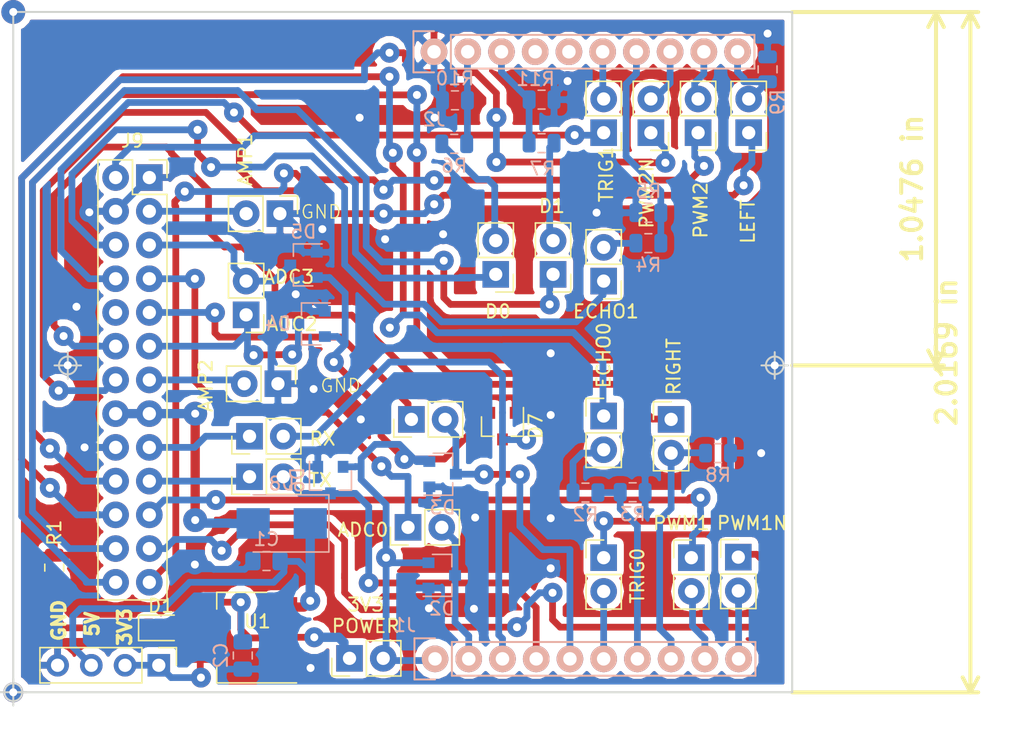
<source format=kicad_pcb>
(kicad_pcb (version 20171130) (host pcbnew 5.0.2+dfsg1-1)
  (title_block (date "lun. 30 mars 2015"))
  (layers (0 F.Cu signal) (31 B.Cu signal) (34 B.Paste user) (35 F.Paste user) (36 B.SilkS user) (37 F.SilkS user) (38 B.Mask user) (39 F.Mask user) (44 Edge.Cuts user))
  (net 0 "")
  (net 1 +5V)
  (net 2 GND)
  (net 3 +3V3)
  (net 4 "Net-(D1-Pad1)")
  (net 5 D0)
  (net 6 AMP1)
  (net 7 ADC3)
  (net 8 Echo1)
  (net 9 ADC0)
  (net 10 Trig1)
  (net 11 ADC1)
  (net 12 "Net-(J9-Pad10)")
  (net 13 ADC2)
  (net 14 R_TCRT)
  (net 15 AMP2)
  (net 16 L_TCRT)
  (net 17 TXB)
  (net 18 RXB)
  (net 19 Trig0)
  (net 20 PWM1)
  (net 21 Echo0)
  (net 22 PWM1N)
  (net 23 D1)
  (net 24 PWM2)
  (net 25 PWM2N)
  (net 26 P2.6)
  (net 27 P2.7)
  (net 28 TEST)
  (net 29 RST)
  (net 30 P1.7)
  (net 31 P1.6)
  (net 32 P2.5)
  (net 33 P2.4)
  (net 34 P2.3)
  (net 35 P2.2)
  (net 36 P2.1)
  (net 37 P2.0)
  (net 38 P1.5)
  (net 39 P1.4)
  (net 40 P1.3)
  (net 41 P1.2)
  (net 42 P1.0)
  (net 43 P1.1)
  (net 44 "Net-(J24-Pad2)")
  (net 45 "Net-(J21-Pad2)")
  (net 46 "Net-(J10-Pad2)")
  (net 47 "Net-(J12-Pad2)")
  (net 48 "Net-(C2-Pad1)")
  (net 49 +5VP)
  (module Diode_SMD:D_SMB (layer B.Cu) (at 129.9337 113.6269 180)
    (fp_text reference D8 (at 0 3 180) (layer B.SilkS) (effects (justify mirror)))
    (fp_text value D_Schottky)
    (pad 1 smd rect (at -2.15 0 180) (size 2.5 2.3) (layers B.Cu B.Paste B.Mask) (net 1 +5V))
    (pad 2 smd rect (at 2.15 0 180) (size 2.5 2.3) (layers B.Cu B.Paste B.Mask) (net 49 +5VP))
  )
  (module Connector_PinHeader_2.54mm:PinHeader_1x02_P2.54mm_Vertical (layer F.Cu) (at 164.318 116.165)
    (fp_text reference J16 hide)
    (fp_text value Conn_01x02_Male)
    (pad 2 thru_hole oval (at 0 2.54) (size 2 2) (drill 1) (layers *.Cu *.Mask) (net 35 P2.2))
    (pad 1 thru_hole rect (at 0 0) (size 2 2) (drill 1) (layers *.Cu *.Mask) (net 22 PWM1N))
  )
  (module Connector_PinHeader_2.54mm:PinHeader_1x02_P2.54mm_Vertical (layer F.Cu) (at 129.794 90.297 270)
    (fp_text reference J4 hide)
    (fp_text value Conn_01x02_Male)
    (pad 1 thru_hole rect (at 0 0 270) (size 2 2) (drill 1) (layers *.Cu *.Mask) (net 2 GND))
    (pad 2 thru_hole oval (at 0 2.54 270) (size 2 2) (drill 1) (layers *.Cu *.Mask) (net 6 AMP1))
  )
  (module Connector_PinHeader_2.54mm:PinHeader_1x02_P2.54mm_Vertical (layer F.Cu) (at 129.648 103.105 270)
    (fp_text reference J5 hide)
    (fp_text value Conn_01x02_Male)
    (pad 2 thru_hole oval (at 0 2.54 270) (size 2 2) (drill 1) (layers *.Cu *.Mask) (net 15 AMP2))
    (pad 1 thru_hole rect (at 0 0 270) (size 2 2) (drill 1) (layers *.Cu *.Mask) (net 2 GND))
  )
  (module Connector_PinHeader_2.54mm:PinHeader_1x02_P2.54mm_Vertical (layer F.Cu) (at 139.446 113.919 90)
    (fp_text reference J6 hide)
    (fp_text value Conn_01x02_Male)
    (pad 1 thru_hole rect (at 0 0 90) (size 2 2) (drill 1) (layers *.Cu *.Mask) (net 9 ADC0))
    (pad 2 thru_hole oval (at 0 2.54 90) (size 2 2) (drill 1) (layers *.Cu *.Mask) (net 42 P1.0))
  )
  (module Connector_PinHeader_2.54mm:PinHeader_1x02_P2.54mm_Vertical (layer F.Cu) (at 139.7 105.791 90)
    (fp_text reference J7 hide)
    (fp_text value Conn_01x02_Male)
    (pad 2 thru_hole oval (at 0 2.54 90) (size 2 2) (drill 1) (layers *.Cu *.Mask) (net 40 P1.3))
    (pad 1 thru_hole rect (at 0 0 90) (size 2 2) (drill 1) (layers *.Cu *.Mask) (net 11 ADC1))
  )
  (module Connector_PinHeader_2.54mm:PinHeader_1x02_P2.54mm_Vertical (layer F.Cu) (at 127.254 97.917 180)
    (fp_text reference J8 hide)
    (fp_text value Conn_01x02_Male)
    (pad 1 thru_hole rect (at 0 0 180) (size 2 2) (drill 1) (layers *.Cu *.Mask) (net 13 ADC2))
    (pad 2 thru_hole oval (at 0 2.54 180) (size 2 2) (drill 1) (layers *.Cu *.Mask) (net 7 ADC3))
  )
  (module Connector_PinHeader_2.54mm:PinHeader_1x02_P2.54mm_Vertical (layer F.Cu) (at 154.178 105.537)
    (fp_text reference J10 hide)
    (fp_text value Conn_01x02_Male)
    (pad 2 thru_hole oval (at 0 2.54) (size 2 2) (drill 1) (layers *.Cu *.Mask) (net 46 "Net-(J10-Pad2)"))
    (pad 1 thru_hole rect (at 0 0) (size 2 2) (drill 1) (layers *.Cu *.Mask) (net 21 Echo0))
  )
  (module Connector_PinHeader_2.54mm:PinHeader_1x02_P2.54mm_Vertical (layer F.Cu) (at 154.178 116.205)
    (fp_text reference J11 hide)
    (fp_text value Conn_01x02_Male)
    (pad 1 thru_hole rect (at 0 0) (size 2 2) (drill 1) (layers *.Cu *.Mask) (net 19 Trig0))
    (pad 2 thru_hole oval (at 0 2.54) (size 2 2) (drill 1) (layers *.Cu *.Mask) (net 39 P1.4))
  )
  (module Connector_PinHeader_2.54mm:PinHeader_1x02_P2.54mm_Vertical (layer F.Cu) (at 154.178 95.377 180)
    (fp_text reference J12 hide)
    (fp_text value Conn_01x02_Male)
    (pad 2 thru_hole oval (at 0 2.54 180) (size 2 2) (drill 1) (layers *.Cu *.Mask) (net 47 "Net-(J12-Pad2)"))
    (pad 1 thru_hole rect (at 0 0 180) (size 2 2) (drill 1) (layers *.Cu *.Mask) (net 8 Echo1))
  )
  (module Connector_PinHeader_2.54mm:PinHeader_1x02_P2.54mm_Vertical (layer F.Cu) (at 154.178 84.201 180)
    (fp_text reference J13 hide)
    (fp_text value Conn_01x02_Male)
    (pad 1 thru_hole rect (at 0 0 180) (size 2 2) (drill 1) (layers *.Cu *.Mask) (net 10 Trig1))
    (pad 2 thru_hole oval (at 0 2.54 180) (size 2 2) (drill 1) (layers *.Cu *.Mask) (net 30 P1.7))
  )
  (module Connector_PinHeader_2.54mm:PinHeader_1x02_P2.54mm_Vertical (layer F.Cu) (at 150.368 94.869 180)
    (fp_text reference J24 hide)
    (fp_text value Conn_01x02_Male)
    (pad 2 thru_hole oval (at 0 2.54 180) (size 2 2) (drill 1) (layers *.Cu *.Mask) (net 44 "Net-(J24-Pad2)"))
    (pad 1 thru_hole rect (at 0 0 180) (size 2 2) (drill 1) (layers *.Cu *.Mask) (net 23 D1))
  )
  (module Connector_PinHeader_2.54mm:PinHeader_1x02_P2.54mm_Vertical (layer F.Cu) (at 127.508 107.061 90)
    (fp_text reference J23 hide)
    (fp_text value Conn_01x02_Male)
    (pad 1 thru_hole rect (at 0 0 90) (size 2 2) (drill 1) (layers *.Cu *.Mask) (net 17 TXB))
    (pad 2 thru_hole oval (at 0 2.54 90) (size 2 2) (drill 1) (layers *.Cu *.Mask) (net 43 P1.1))
  )
  (module Connector_PinHeader_2.54mm:PinHeader_1x02_P2.54mm_Vertical (layer F.Cu) (at 127.508 110.109 90)
    (fp_text reference J22 hide)
    (fp_text value Conn_01x02_Male)
    (pad 2 thru_hole oval (at 0 2.54 90) (size 2 2) (drill 1) (layers *.Cu *.Mask) (net 41 P1.2))
    (pad 1 thru_hole rect (at 0 0 90) (size 2 2) (drill 1) (layers *.Cu *.Mask) (net 18 RXB))
  )
  (module Connector_PinHeader_2.54mm:PinHeader_1x02_P2.54mm_Vertical (layer F.Cu) (at 146.05 94.869 180)
    (fp_text reference J21 hide)
    (fp_text value Conn_01x02_Male)
    (pad 1 thru_hole rect (at 0 0 180) (size 2 2) (drill 1) (layers *.Cu *.Mask) (net 5 D0))
    (pad 2 thru_hole oval (at 0 2.54 180) (size 2 2) (drill 1) (layers *.Cu *.Mask) (net 45 "Net-(J21-Pad2)"))
  )
  (module Connector_PinHeader_2.54mm:PinHeader_1x02_P2.54mm_Vertical (layer F.Cu) (at 165.1 84.201 180)
    (fp_text reference J20 hide)
    (fp_text value Conn_01x02_Male)
    (pad 2 thru_hole oval (at 0 2.54 180) (size 2 2) (drill 1) (layers *.Cu *.Mask) (net 34 P2.3))
    (pad 1 thru_hole rect (at 0 0 180) (size 2 2) (drill 1) (layers *.Cu *.Mask) (net 16 L_TCRT))
  )
  (module Connector_PinHeader_2.54mm:PinHeader_1x02_P2.54mm_Vertical (layer F.Cu) (at 159.258 105.791)
    (fp_text reference J19 hide)
    (fp_text value Conn_01x02_Male)
    (pad 1 thru_hole rect (at 0 0) (size 2 2) (drill 1) (layers *.Cu *.Mask) (net 14 R_TCRT))
    (pad 2 thru_hole oval (at 0 2.54) (size 2 2) (drill 1) (layers *.Cu *.Mask) (net 37 P2.0))
  )
  (module Connector_PinHeader_2.54mm:PinHeader_1x02_P2.54mm_Vertical (layer F.Cu) (at 157.734 84.201 180)
    (fp_text reference J18 hide)
    (fp_text value Conn_01x02_Male)
    (pad 2 thru_hole oval (at 0 2.54 180) (size 2 2) (drill 1) (layers *.Cu *.Mask) (net 32 P2.5))
    (pad 1 thru_hole rect (at 0 0 180) (size 2 2) (drill 1) (layers *.Cu *.Mask) (net 25 PWM2N))
  )
  (module Connector_PinHeader_2.54mm:PinHeader_1x02_P2.54mm_Vertical (layer F.Cu) (at 161.29 84.201 180)
    (fp_text reference J17 hide)
    (fp_text value Conn_01x02_Male)
    (pad 1 thru_hole rect (at 0 0 180) (size 2 2) (drill 1) (layers *.Cu *.Mask) (net 24 PWM2))
    (pad 2 thru_hole oval (at 0 2.54 180) (size 2 2) (drill 1) (layers *.Cu *.Mask) (net 33 P2.4))
  )
  (module Connector_PinHeader_2.54mm:PinHeader_1x02_P2.54mm_Vertical (layer F.Cu) (at 160.782 116.205)
    (fp_text reference J15 hide)
    (fp_text value Conn_01x02_Male)
    (pad 2 thru_hole oval (at 0 2.54) (size 2 2) (drill 1) (layers *.Cu *.Mask) (net 36 P2.1))
    (pad 1 thru_hole rect (at 0 0) (size 2 2) (drill 1) (layers *.Cu *.Mask) (net 20 PWM1))
  )
  (module Connector_PinHeader_2.54mm:PinHeader_1x02_P2.54mm_Vertical (layer F.Cu) (at 135.038 123.785 90)
    (fp_text reference J3 hide)
    (fp_text value Conn_01x02_Male)
    (pad 1 thru_hole rect (at 0 0 90) (size 2 2) (drill 1) (layers *.Cu *.Mask) (net 48 "Net-(C2-Pad1)"))
    (pad 2 thru_hole oval (at 0 2.54 90) (size 2 2) (drill 1) (layers *.Cu *.Mask) (net 3 +3V3))
  )
  (module Package_TO_SOT_SMD:SOT-23 (layer B.Cu) (at 133.604 110.363 270)
    (fp_text reference D6 (at 0 2.5 270) (layer B.SilkS) (effects (justify mirror)))
    (fp_text value BAT54S)
    (pad 3 smd rect (at 1 0 270) (size 0.9 0.8) (layers B.Cu B.Paste B.Mask) (net 41 P1.2))
    (pad 2 smd rect (at -1 -0.95 270) (size 0.9 0.8) (layers B.Cu B.Paste B.Mask) (net 3 +3V3))
    (pad 1 smd rect (at -1 0.95 270) (size 0.9 0.8) (layers B.Cu B.Paste B.Mask) (net 2 GND))
  )
  (module Package_TO_SOT_SMD:SOT-23 (layer F.Cu) (at 146.558 106.299 270)
    (fp_text reference D7 (at 0 -2.5 270) (layer F.SilkS))
    (fp_text value BAT54S)
    (pad 1 smd rect (at -1 -0.95 270) (size 0.9 0.8) (layers F.Cu F.Paste F.Mask) (net 2 GND))
    (pad 2 smd rect (at -1 0.95 270) (size 0.9 0.8) (layers F.Cu F.Paste F.Mask) (net 3 +3V3))
    (pad 3 smd rect (at 1 0 270) (size 0.9 0.8) (layers F.Cu F.Paste F.Mask) (net 43 P1.1))
  )
  (module Socket_Arduino_Uno:Socket_Strip_Arduino_1x10 (layer B.Cu) (at 141.478 123.825)
    (fp_text reference J1 (at -2.286 -2.54) (layer B.SilkS) (effects (justify mirror)))
    (fp_text value Digital)
    (pad 10 thru_hole circle (at 22.86 0) (size 2 2) (drill 1.016) (layers *.Cu *.Mask B.SilkS) (net 35 P2.2))
    (pad 9 thru_hole circle (at 20.32 0) (size 2 2) (drill 1.016) (layers *.Cu *.Mask B.SilkS) (net 36 P2.1))
    (pad 8 thru_hole circle (at 17.78 0) (size 2 2) (drill 1.016) (layers *.Cu *.Mask B.SilkS) (net 37 P2.0))
    (pad 7 thru_hole circle (at 15.24 0) (size 2 2) (drill 1.016) (layers *.Cu *.Mask B.SilkS) (net 38 P1.5))
    (pad 6 thru_hole circle (at 12.7 0) (size 2 2) (drill 1.016) (layers *.Cu *.Mask B.SilkS) (net 39 P1.4))
    (pad 5 thru_hole circle (at 10.16 0) (size 2 2) (drill 1.016) (layers *.Cu *.Mask B.SilkS) (net 40 P1.3))
    (pad 4 thru_hole circle (at 7.62 0) (size 2 2) (drill 1.016) (layers *.Cu *.Mask B.SilkS) (net 41 P1.2))
    (pad 3 thru_hole circle (at 5.08 0) (size 2 2) (drill 1.016) (layers *.Cu *.Mask B.SilkS) (net 43 P1.1))
    (pad 2 thru_hole circle (at 2.54 0) (size 2 2) (drill 1.016) (layers *.Cu *.Mask B.SilkS) (net 42 P1.0))
    (pad 1 thru_hole circle (at 0 0) (size 2 2) (drill 1.016) (layers *.Cu *.Mask B.SilkS) (net 3 +3V3))
  )
  (module Socket_Arduino_Uno:Socket_Strip_Arduino_1x10 (layer B.Cu) (at 141.4018 78.105)
    (fp_text reference J2 (at 0 5.1) (layer B.SilkS) (effects (justify mirror)))
    (fp_text value Digital)
    (pad 1 thru_hole circle (at 0 0) (size 2 2) (drill 1.016) (layers *.Cu *.Mask B.SilkS) (net 2 GND))
    (pad 2 thru_hole circle (at 2.54 0) (size 2 2) (drill 1.016) (layers *.Cu *.Mask B.SilkS) (net 26 P2.6))
    (pad 3 thru_hole circle (at 5.08 0) (size 2 2) (drill 1.016) (layers *.Cu *.Mask B.SilkS) (net 27 P2.7))
    (pad 4 thru_hole circle (at 7.62 0) (size 2 2) (drill 1.016) (layers *.Cu *.Mask B.SilkS) (net 28 TEST))
    (pad 5 thru_hole circle (at 10.16 0) (size 2 2) (drill 1.016) (layers *.Cu *.Mask B.SilkS) (net 29 RST))
    (pad 6 thru_hole circle (at 12.7 0) (size 2 2) (drill 1.016) (layers *.Cu *.Mask B.SilkS) (net 30 P1.7))
    (pad 7 thru_hole circle (at 15.24 0) (size 2 2) (drill 1.016) (layers *.Cu *.Mask B.SilkS) (net 31 P1.6))
    (pad 8 thru_hole circle (at 17.78 0) (size 2 2) (drill 1.016) (layers *.Cu *.Mask B.SilkS) (net 32 P2.5))
    (pad 9 thru_hole circle (at 20.32 0) (size 2 2) (drill 1.016) (layers *.Cu *.Mask B.SilkS) (net 33 P2.4))
    (pad 10 thru_hole circle (at 22.86 0) (size 2 2) (drill 1.016) (layers *.Cu *.Mask B.SilkS) (net 34 P2.3))
  )
  (module Connector_PinSocket_2.54mm:PinSocket_2x13_P2.54mm_Vertical (layer F.Cu) (at 119.9642 87.5792)
    (fp_text reference J9 (at -1.27 -2.77) (layer F.SilkS))
    (fp_text value Conn_02x13_Odd_Even)
    (pad 1 thru_hole rect (at 0 0) (size 2 2) (drill 1) (layers *.Cu *.Mask) (net 2 GND))
    (pad 2 thru_hole oval (at -2.54 0) (size 2 2) (drill 1) (layers *.Cu *.Mask) (net 5 D0))
    (pad 3 thru_hole oval (at 0 2.54) (size 2 2) (drill 1) (layers *.Cu *.Mask) (net 6 AMP1))
    (pad 4 thru_hole oval (at -2.54 2.54) (size 2 2) (drill 1) (layers *.Cu *.Mask) (net 2 GND))
    (pad 5 thru_hole oval (at 0 5.08) (size 2 2) (drill 1) (layers *.Cu *.Mask) (net 7 ADC3))
    (pad 6 thru_hole oval (at -2.54 5.08) (size 2 2) (drill 1) (layers *.Cu *.Mask) (net 8 Echo1))
    (pad 7 thru_hole oval (at 0 7.62) (size 2 2) (drill 1) (layers *.Cu *.Mask) (net 9 ADC0))
    (pad 8 thru_hole oval (at -2.54 7.62) (size 2 2) (drill 1) (layers *.Cu *.Mask) (net 10 Trig1))
    (pad 9 thru_hole oval (at 0 10.16) (size 2 2) (drill 1) (layers *.Cu *.Mask) (net 11 ADC1))
    (pad 10 thru_hole oval (at -2.54 10.16) (size 2 2) (drill 1) (layers *.Cu *.Mask) (net 12 "Net-(J9-Pad10)"))
    (pad 11 thru_hole oval (at 0 12.7) (size 2 2) (drill 1) (layers *.Cu *.Mask) (net 13 ADC2))
    (pad 12 thru_hole oval (at -2.54 12.7) (size 2 2) (drill 1) (layers *.Cu *.Mask) (net 14 R_TCRT))
    (pad 13 thru_hole oval (at 0 15.24) (size 2 2) (drill 1) (layers *.Cu *.Mask) (net 15 AMP2))
    (pad 14 thru_hole oval (at -2.54 15.24) (size 2 2) (drill 1) (layers *.Cu *.Mask) (net 16 L_TCRT))
    (pad 15 thru_hole oval (at 0 17.78) (size 2 2) (drill 1) (layers *.Cu *.Mask) (net 49 +5VP))
    (pad 16 thru_hole oval (at -2.54 17.78) (size 2 2) (drill 1) (layers *.Cu *.Mask) (net 49 +5VP))
    (pad 17 thru_hole oval (at 0 20.32) (size 2 2) (drill 1) (layers *.Cu *.Mask) (net 17 TXB))
    (pad 18 thru_hole oval (at -2.54 20.32) (size 2 2) (drill 1) (layers *.Cu *.Mask) (net 2 GND))
    (pad 19 thru_hole oval (at 0 22.86) (size 2 2) (drill 1) (layers *.Cu *.Mask) (net 18 RXB))
    (pad 20 thru_hole oval (at -2.54 22.86) (size 2 2) (drill 1) (layers *.Cu *.Mask) (net 19 Trig0))
    (pad 21 thru_hole oval (at 0 25.4) (size 2 2) (drill 1) (layers *.Cu *.Mask) (net 20 PWM1))
    (pad 22 thru_hole oval (at -2.54 25.4) (size 2 2) (drill 1) (layers *.Cu *.Mask) (net 21 Echo0))
    (pad 23 thru_hole oval (at 0 27.94) (size 2 2) (drill 1) (layers *.Cu *.Mask) (net 22 PWM1N))
    (pad 24 thru_hole oval (at -2.54 27.94) (size 2 2) (drill 1) (layers *.Cu *.Mask) (net 23 D1))
    (pad 25 thru_hole oval (at 0 30.48) (size 2 2) (drill 1) (layers *.Cu *.Mask) (net 24 PWM2))
    (pad 26 thru_hole oval (at -2.54 30.48) (size 2 2) (drill 1) (layers *.Cu *.Mask) (net 25 PWM2N))
  )
  (module Package_TO_SOT_SMD:SOT-223-3_TabPin2 (layer F.Cu) (at 126.9492 122.2248 180)
    (fp_text reference U1 (at -1.1557 1.2192 180) (layer F.SilkS))
    (fp_text value NCP1117-3.3_SOT223)
    (pad 2 smd rect (at 3.15 0 180) (size 2 3.8) (layers F.Cu F.Paste F.Mask) (net 48 "Net-(C2-Pad1)"))
    (pad 2 smd rect (at -3.15 0 180) (size 2 1.5) (layers F.Cu F.Paste F.Mask) (net 48 "Net-(C2-Pad1)"))
    (pad 3 smd rect (at -3.15 2.3 180) (size 2 1.5) (layers F.Cu F.Paste F.Mask) (net 1 +5V))
    (pad 1 smd rect (at -3.15 -2.3 180) (size 2 1.5) (layers F.Cu F.Paste F.Mask) (net 2 GND))
  )
  (module Package_TO_SOT_SMD:SOT-23 (layer B.Cu) (at 141.986 117.5385)
    (fp_text reference D2 (at 0 2.5) (layer B.SilkS) (effects (justify mirror)))
    (fp_text value BAT54S)
    (pad 3 smd rect (at 1 0) (size 0.9 0.8) (layers B.Cu B.Paste B.Mask) (net 42 P1.0))
    (pad 2 smd rect (at -1 -0.95) (size 0.9 0.8) (layers B.Cu B.Paste B.Mask) (net 3 +3V3))
    (pad 1 smd rect (at -1 0.95) (size 0.9 0.8) (layers B.Cu B.Paste B.Mask) (net 2 GND))
  )
  (module Package_TO_SOT_SMD:SOT-23 (layer B.Cu) (at 142.0495 109.9185)
    (fp_text reference D3 (at 0 2.5) (layer B.SilkS) (effects (justify mirror)))
    (fp_text value BAT54S)
    (pad 1 smd rect (at -1 0.95) (size 0.9 0.8) (layers B.Cu B.Paste B.Mask) (net 2 GND))
    (pad 2 smd rect (at -1 -0.95) (size 0.9 0.8) (layers B.Cu B.Paste B.Mask) (net 3 +3V3))
    (pad 3 smd rect (at 1 0) (size 0.9 0.8) (layers B.Cu B.Paste B.Mask) (net 40 P1.3))
  )
  (module Package_TO_SOT_SMD:SOT-23 (layer B.Cu) (at 132.1816 98.6028 180)
    (fp_text reference D4 (at 2.54 0.0381 180) (layer B.SilkS) (effects (justify mirror)))
    (fp_text value BAT54S)
    (pad 3 smd rect (at 1 0 180) (size 0.9 0.8) (layers B.Cu B.Paste B.Mask) (net 13 ADC2))
    (pad 2 smd rect (at -1 -0.95 180) (size 0.9 0.8) (layers B.Cu B.Paste B.Mask) (net 3 +3V3))
    (pad 1 smd rect (at -1 0.95 180) (size 0.9 0.8) (layers B.Cu B.Paste B.Mask) (net 2 GND))
  )
  (module Package_TO_SOT_SMD:SOT-23 (layer B.Cu) (at 131.572 94.1578 180)
    (fp_text reference D5 (at 0 2.5 180) (layer B.SilkS) (effects (justify mirror)))
    (fp_text value BAT54S)
    (pad 1 smd rect (at -1 0.95 180) (size 0.9 0.8) (layers B.Cu B.Paste B.Mask) (net 2 GND))
    (pad 2 smd rect (at -1 -0.95 180) (size 0.9 0.8) (layers B.Cu B.Paste B.Mask) (net 3 +3V3))
    (pad 3 smd rect (at 1 0 180) (size 0.9 0.8) (layers B.Cu B.Paste B.Mask) (net 7 ADC3))
  )
  (module Resistor_SMD:R_0805_2012Metric (layer B.Cu) (at 157.5435 92.5195)
    (fp_text reference R4 (at 0 1.65) (layer B.SilkS) (effects (justify mirror)))
    (fp_text value 10k)
    (pad 1 smd roundrect (at -0.9375 0) (size 0.975 1.4) (layers B.Cu B.Paste B.Mask) (net 47 "Net-(J12-Pad2)"))
    (pad 2 smd roundrect (at 0.9375 0) (size 0.975 1.4) (layers B.Cu B.Paste B.Mask) (net 31 P1.6))
  )
  (module Resistor_SMD:R_0805_2012Metric (layer B.Cu) (at 157.5435 90.2335 180)
    (fp_text reference R5 (at 0 1.65 180) (layer B.SilkS) (effects (justify mirror)))
    (fp_text value 20K)
    (pad 2 smd roundrect (at 0.9375 0 180) (size 0.975 1.4) (layers B.Cu B.Paste B.Mask) (net 2 GND))
    (pad 1 smd roundrect (at -0.9375 0 180) (size 0.975 1.4) (layers B.Cu B.Paste B.Mask) (net 31 P1.6))
  )
  (module Resistor_SMD:R_0805_2012Metric (layer B.Cu) (at 152.8064 111.3028)
    (fp_text reference R2 (at 0 1.65) (layer B.SilkS) (effects (justify mirror)))
    (fp_text value 10k)
    (pad 1 smd roundrect (at -0.9375 0) (size 0.975 1.4) (layers B.Cu B.Paste B.Mask) (net 46 "Net-(J10-Pad2)"))
    (pad 2 smd roundrect (at 0.9375 0) (size 0.975 1.4) (layers B.Cu B.Paste B.Mask) (net 38 P1.5))
  )
  (module Resistor_SMD:R_0805_2012Metric (layer B.Cu) (at 142.9258 85.0392)
    (fp_text reference R6 (at 0 1.65) (layer B.SilkS) (effects (justify mirror)))
    (fp_text value 10k)
    (pad 2 smd roundrect (at 0.9375 0) (size 0.975 1.4) (layers B.Cu B.Paste B.Mask) (net 26 P2.6))
    (pad 1 smd roundrect (at -0.9375 0) (size 0.975 1.4) (layers B.Cu B.Paste B.Mask) (net 45 "Net-(J21-Pad2)"))
  )
  (module Resistor_SMD:R_0805_2012Metric (layer B.Cu) (at 149.5021 84.9884 180)
    (fp_text reference R7 (at -0.0658 -1.9177 180) (layer B.SilkS) (effects (justify mirror)))
    (fp_text value 10k)
    (pad 1 smd roundrect (at -0.9375 0 180) (size 0.975 1.4) (layers B.Cu B.Paste B.Mask) (net 44 "Net-(J24-Pad2)"))
    (pad 2 smd roundrect (at 0.9375 0 180) (size 0.975 1.4) (layers B.Cu B.Paste B.Mask) (net 27 P2.7))
  )
  (module Resistor_SMD:R_0805_2012Metric (layer B.Cu) (at 162.7909 108.331)
    (fp_text reference R8 (at 0 1.65) (layer B.SilkS) (effects (justify mirror)))
    (fp_text value 20K)
    (pad 2 smd roundrect (at 0.9375 0) (size 0.975 1.4) (layers B.Cu B.Paste B.Mask) (net 2 GND))
    (pad 1 smd roundrect (at -0.9375 0) (size 0.975 1.4) (layers B.Cu B.Paste B.Mask) (net 37 P2.0))
  )
  (module Resistor_SMD:R_0805_2012Metric (layer B.Cu) (at 166.5224 79.4281 90)
    (fp_text reference R9 (at -2.4742 0.7493 90) (layer B.SilkS) (effects (justify mirror)))
    (fp_text value 20K)
    (pad 1 smd roundrect (at -0.9375 0 90) (size 0.975 1.4) (layers B.Cu B.Paste B.Mask) (net 34 P2.3))
    (pad 2 smd roundrect (at 0.9375 0 90) (size 0.975 1.4) (layers B.Cu B.Paste B.Mask) (net 2 GND))
  )
  (module Resistor_SMD:R_0805_2012Metric (layer B.Cu) (at 142.9789 81.7626 180)
    (fp_text reference R10 (at 0 1.65 180) (layer B.SilkS) (effects (justify mirror)))
    (fp_text value 20K)
    (pad 2 smd roundrect (at 0.9375 0 180) (size 0.975 1.4) (layers B.Cu B.Paste B.Mask) (net 2 GND))
    (pad 1 smd roundrect (at -0.9375 0 180) (size 0.975 1.4) (layers B.Cu B.Paste B.Mask) (net 26 P2.6))
  )
  (module Resistor_SMD:R_0805_2012Metric (layer B.Cu) (at 149.5044 81.7118)
    (fp_text reference R11 (at -0.4572 -1.5494) (layer B.SilkS) (effects (justify mirror)))
    (fp_text value 20K)
    (pad 1 smd roundrect (at -0.9375 0) (size 0.975 1.4) (layers B.Cu B.Paste B.Mask) (net 27 P2.7))
    (pad 2 smd roundrect (at 0.9375 0) (size 0.975 1.4) (layers B.Cu B.Paste B.Mask) (net 2 GND))
  )
  (module Resistor_SMD:R_0805_2012Metric (layer B.Cu) (at 156.3624 111.2774)
    (fp_text reference R3 (at 0 1.65) (layer B.SilkS) (effects (justify mirror)))
    (fp_text value 20K)
    (pad 1 smd roundrect (at -0.9375 0) (size 0.975 1.4) (layers B.Cu B.Paste B.Mask) (net 38 P1.5))
    (pad 2 smd roundrect (at 0.9375 0) (size 0.975 1.4) (layers B.Cu B.Paste B.Mask) (net 2 GND))
  )
  (module Capacitor_SMD:C_0805_2012Metric_Pad1.15x1.40mm_HandSolder (layer B.Cu) (at 127 123.571 270)
    (fp_text reference C2 (at 0 1.65 270) (layer B.SilkS) (effects (justify mirror)))
    (fp_text value 100n)
    (pad 2 smd roundrect (at 1.025 0 270) (size 1.15 1.4) (layers B.Cu B.Paste B.Mask) (roundrect_rratio 0.217391) (net 2 GND))
    (pad 1 smd roundrect (at -1.025 0 270) (size 1.15 1.4) (layers B.Cu B.Paste B.Mask) (roundrect_rratio 0.217391) (net 48 "Net-(C2-Pad1)"))
  )
  (module Capacitor_SMD:C_0805_2012Metric_Pad1.15x1.40mm_HandSolder (layer B.Cu) (at 128.787 116.459 180)
    (fp_text reference C1 (at 0 1.65 180) (layer B.SilkS) (effects (justify mirror)))
    (fp_text value 100n)
    (pad 1 smd roundrect (at -1.025 0 180) (size 1.15 1.4) (layers B.Cu B.Paste B.Mask) (roundrect_rratio 0.217391) (net 1 +5V))
    (pad 2 smd roundrect (at 1.025 0 180) (size 1.15 1.4) (layers B.Cu B.Paste B.Mask) (roundrect_rratio 0.217391) (net 2 GND))
  )
  (module Connector_PinHeader_2.54mm:PinHeader_1x04_P2.54mm_Vertical (layer F.Cu) (at 120.6754 124.3076 270)
    (fp_text reference J14 hide)
    (fp_text value Conn_01x04_Male)
    (pad 1 thru_hole rect (at 0 0 270) (size 1.7 1.7) (drill 1) (layers *.Cu *.Mask) (net 48 "Net-(C2-Pad1)"))
    (pad 2 thru_hole oval (at 0 2.54 270) (size 1.7 1.7) (drill 1) (layers *.Cu *.Mask) (net 48 "Net-(C2-Pad1)"))
    (pad 3 thru_hole oval (at 0 5.08 270) (size 1.7 1.7) (drill 1) (layers *.Cu *.Mask) (net 1 +5V))
    (pad 4 thru_hole oval (at 0 7.62 270) (size 1.7 1.7) (drill 1) (layers *.Cu *.Mask) (net 2 GND))
  )
  (module LED_SMD:LED_0805_2012Metric (layer F.Cu) (at 120.8405 121.4882)
    (fp_text reference D1 (at 0 -1.65) (layer F.SilkS))
    (fp_text value LED)
    (pad 1 smd roundrect (at -0.9375 0) (size 0.975 1.4) (layers F.Cu F.Paste F.Mask) (net 4 "Net-(D1-Pad1)"))
    (pad 2 smd roundrect (at 0.9375 0) (size 0.975 1.4) (layers F.Cu F.Paste F.Mask) (net 48 "Net-(C2-Pad1)"))
  )
  (module Resistor_SMD:R_0805_2012Metric (layer F.Cu) (at 112.8014 116.9543 90)
    (fp_text reference R1 (at 2.6289 0.0127 90) (layer F.SilkS))
    (fp_text value R)
    (pad 1 smd roundrect (at -0.9375 0 90) (size 0.975 1.4) (layers F.Cu F.Paste F.Mask) (net 4 "Net-(D1-Pad1)"))
    (pad 2 smd roundrect (at 0.9375 0 90) (size 0.975 1.4) (layers F.Cu F.Paste F.Mask) (net 2 GND))
  )
  (target plus (at 109.718 126.335) (size 2) (width 0.15) (layer Edge.Cuts))
  (target plus (at 113.823928 101.726685) (size 2) (width 0.15) (layer Edge.Cuts))
  (target plus (at 167.061621 101.72611) (size 2) (width 0.15) (layer Edge.Cuts))
  (dimension 26.610001 (width 0.3) (layer F.SilkS) (gr_text "26.610 mm" (at 181.308 88.42 270) (layer F.SilkS) (effects (font (size 1.5 1.5) (thickness 0.3)))) (feature1 (pts (xy 168.378 101.725001) (xy 179.794421 101.725001))) (feature2 (pts (xy 168.378 75.115) (xy 179.794421 75.115))) (crossbar (pts (xy 179.208 75.115) (xy 179.208 101.725001))) (arrow1a (pts (xy 179.208 101.725001) (xy 178.621579 100.598497))) (arrow1b (pts (xy 179.208 101.725001) (xy 179.794421 100.598497))) (arrow2a (pts (xy 179.208 75.115) (xy 178.621579 76.241504))) (arrow2b (pts (xy 179.208 75.115) (xy 179.794421 76.241504))))
  (dimension 51.230008 (width 0.3) (layer F.SilkS) (gr_text "51.230 mm" (at 183.898 100.730004 270) (layer F.SilkS) (effects (font (size 1.5 1.5) (thickness 0.3)))) (feature1 (pts (xy 168.378 126.345008) (xy 182.384421 126.345008))) (feature2 (pts (xy 168.378 75.115) (xy 182.384421 75.115))) (crossbar (pts (xy 181.798 75.115) (xy 181.798 126.345008))) (arrow1a (pts (xy 181.798 126.345008) (xy 181.211579 125.218504))) (arrow1b (pts (xy 181.798 126.345008) (xy 182.384421 125.218504))) (arrow2a (pts (xy 181.798 75.115) (xy 181.211579 76.241504))) (arrow2b (pts (xy 181.798 75.115) (xy 182.384421 76.241504))))
  (gr_text LEFT (at 165.0365 90.8939 90) (layer F.SilkS) (effects (font (size 1 1))))
  (gr_text PWM2 (at 161.4805 90.043 90) (layer F.SilkS) (effects (font (size 1 1))))
  (gr_text PWM2N (at 157.4165 88.773 90) (layer F.SilkS) (effects (font (size 1 1))))
  (gr_text TRIG1 (at 154.3685 87.3379 90) (layer F.SilkS) (effects (font (size 1 1))))
  (gr_text ECHO1 (at 154.3431 97.663) (layer F.SilkS) (effects (font (size 1 1))))
  (gr_text D1 (at 150.2791 89.7255) (layer F.SilkS) (effects (font (size 1 1))))
  (gr_text D0 (at 146.2151 97.663) (layer F.SilkS) (effects (font (size 1 1))))
  (gr_text RIGHT (at 159.4485 101.8159 90) (layer F.SilkS) (effects (font (size 1 1))))
  (gr_text ECHO0 (at 154.178 100.965 90) (layer F.SilkS) (effects (font (size 1 1))))
  (gr_text PWM1N (at 165.354 113.6015) (layer F.SilkS) (effects (font (size 1 1))))
  (gr_text PWM1 (at 160.02 113.6015) (layer F.SilkS) (effects (font (size 1 1))))
  (gr_text TRIG0 (at 156.718 117.5639 90) (layer F.SilkS) (effects (font (size 1 1))))
  (gr_text "3V3\nPOWER" (at 136.2583 120.5484) (layer F.SilkS) (effects (font (size 1 1))))
  (gr_text ADC0 (at 136.0551 114.1095) (layer F.SilkS) (effects (font (size 1 1))))
  (gr_text TX (at 132.842 110.363) (layer F.SilkS) (effects (font (size 1 1))))
  (gr_text RX (at 133.0071 107.2515) (layer F.SilkS) (effects (font (size 1 1))))
  (gr_text AMP2 (at 124.206 103.251 90) (layer F.SilkS) (effects (font (size 1 1))))
  (gr_text AMP1 (at 127.1905 86.233 90) (layer F.SilkS) (effects (font (size 1 1))))
  (gr_text ADC3 (at 130.4671 95.0595) (layer F.SilkS) (effects (font (size 1 1))))
  (gr_text GND (at 134.366 103.251) (layer F.SilkS) (effects (font (size 1 1) (thickness 0.1))))
  (gr_text GND (at 132.898 90.165) (layer F.SilkS) (effects (font (size 1 1) (thickness 0.1))))
  (gr_text 3V3 (at 118.11 121.4247 90) (layer F.SilkS) (effects (font (size 1 1) (thickness 0.25))))
  (gr_text 5V (at 115.6589 121.2088 90) (layer F.SilkS) (effects (font (size 1 1) (thickness 0.25))))
  (gr_text GND (at 113.157 120.9294 90) (layer F.SilkS) (effects (font (size 1 1) (thickness 0.25))))
  (gr_text ADC2 (at 130.7211 98.6155) (layer F.SilkS) (effects (font (size 1 1))))
  (gr_line (start 168.3766 75.1078) (end 109.7026 75.1078) (layer Edge.Cuts) (width 0.15))
  (gr_line (start 109.7153 126.3396) (end 168.3766 126.3396) (layer Edge.Cuts) (width 0.15))
  (gr_line (start 168.3766 126.3396) (end 168.3766 75.1078) (layer Edge.Cuts) (width 0.15))
  (gr_line (start 109.7153 75.1078) (end 109.7153 126.3396) (angle 90) (layer Edge.Cuts) (width 0.15))
  (via (at 109.718 126.345) (size 1.5) (drill 0.6) (layers F.Cu B.Cu) (net 0))
  (via (at 109.71784 75.1078) (size 1.8) (drill 0.6) (layers F.Cu B.Cu) (net 0))
  (segment (start 131.6072 119.9248) (end 132.08 119.452) (width 0.508) (layer F.Cu) (net 1))
  (segment (start 130.0992 119.9248) (end 131.6072 119.9248) (width 0.7) (layer F.Cu) (net 1))
  (via (at 132.08 119.452) (size 1.5) (drill 0.6) (layers F.Cu B.Cu) (net 1))
  (segment (start 132.08 119.452) (end 132.08 117.3734) (width 0.508) (layer B.Cu) (net 1))
  (segment (start 131.191 116.4844) (end 130.0988 116.4844) (width 0.508) (layer B.Cu) (net 1))
  (segment (start 132.08 117.3734) (end 131.191 116.4844) (width 0.508) (layer B.Cu) (net 1))
  (segment (start 130.0988 117.2844) (end 129.324 118.0592) (width 0.508) (layer B.Cu) (net 1))
  (segment (start 130.0988 116.4844) (end 130.0988 117.2844) (width 0.508) (layer B.Cu) (net 1))
  (segment (start 121.02592 120.03024) (end 122.99696 118.0592) (width 0.508) (layer B.Cu) (net 1))
  (segment (start 120.290026 120.0404) (end 120.300186 120.03024) (width 0.508) (layer B.Cu) (net 1))
  (segment (start 129.324 118.0592) (end 122.99696 118.0592) (width 0.508) (layer B.Cu) (net 1))
  (segment (start 115.5954 124.3076) (end 114.1984 122.9106) (width 0.508) (layer B.Cu) (net 1))
  (segment (start 114.1984 122.9106) (end 114.1984 120.6246) (width 0.508) (layer B.Cu) (net 1))
  (segment (start 114.7826 120.0404) (end 120.290026 120.0404) (width 0.508) (layer B.Cu) (net 1))
  (segment (start 120.300186 120.03024) (end 121.02592 120.03024) (width 0.508) (layer B.Cu) (net 1))
  (segment (start 114.1984 120.6246) (end 114.7826 120.0404) (width 0.508) (layer B.Cu) (net 1))
  (segment (start 132.08 113.6306) (end 132.0837 113.6269) (width 0.508) (layer B.Cu) (net 1))
  (segment (start 132.08 119.452) (end 132.08 113.6306) (width 0.7) (layer B.Cu) (net 1))
  (segment (start 141.4018 81.123) (end 142.0414 81.7626) (width 0.508) (layer B.Cu) (net 2))
  (segment (start 141.4018 78.105) (end 141.4018 81.123) (width 0.508) (layer B.Cu) (net 2))
  (segment (start 117.4242 107.8992) (end 115.0874 107.8992) (width 0.508) (layer B.Cu) (net 2))
  (via (at 115.0874 107.8992) (size 1.5) (drill 0.6) (layers F.Cu B.Cu) (net 2))
  (segment (start 166.5224 78.4906) (end 166.5224 76.7334) (width 0.508) (layer B.Cu) (net 2))
  (via (at 166.5224 76.7334) (size 1.5) (drill 0.6) (layers F.Cu B.Cu) (net 2))
  (via (at 153.6446 90.222199) (size 1.5) (drill 0.6) (layers F.Cu B.Cu) (net 2))
  (segment (start 153.849199 90.0176) (end 153.6446 90.222199) (width 0.508) (layer F.Cu) (net 2))
  (segment (start 156.594699 90.222199) (end 156.606 90.2335) (width 0.508) (layer B.Cu) (net 2))
  (segment (start 153.6446 90.222199) (end 156.594699 90.222199) (width 0.508) (layer B.Cu) (net 2))
  (via (at 132.1054 124.5108) (size 1.5) (drill 0.6) (layers F.Cu B.Cu) (net 2))
  (segment (start 130.0992 124.5248) (end 132.0914 124.5248) (width 0.508) (layer F.Cu) (net 2))
  (segment (start 132.0914 124.5248) (end 132.1054 124.5108) (width 0.508) (layer F.Cu) (net 2))
  (segment (start 160.8328 90.0176) (end 166.0398 95.2246) (width 0.508) (layer F.Cu) (net 2))
  (segment (start 160.8328 90.0176) (end 153.849199 90.0176) (width 0.508) (layer F.Cu) (net 2))
  (segment (start 164.801826 90.0176) (end 160.8328 90.0176) (width 0.508) (layer F.Cu) (net 2))
  (via (at 166.0398 108.331) (size 1.5) (drill 0.6) (layers F.Cu B.Cu) (net 2))
  (segment (start 166.0398 108.331) (end 163.7284 108.331) (width 0.508) (layer B.Cu) (net 2))
  (segment (start 166.0398 100.9904) (end 150.1902 100.9904) (width 0.508) (layer F.Cu) (net 2))
  (segment (start 166.0398 100.9904) (end 166.0398 108.331) (width 0.508) (layer F.Cu) (net 2))
  (segment (start 166.0398 95.2246) (end 166.0398 100.9904) (width 0.508) (layer F.Cu) (net 2))
  (via (at 150.1902 100.8126) (size 1.5) (drill 0.6) (layers F.Cu B.Cu) (net 2))
  (segment (start 150.1902 100.9904) (end 150.1902 105.4608) (width 0.508) (layer B.Cu) (net 2))
  (via (at 150.1902 105.4608) (size 1.5) (drill 0.6) (layers F.Cu B.Cu) (net 2))
  (segment (start 150.1902 105.4608) (end 150.1902 113.2332) (width 0.508) (layer B.Cu) (net 2))
  (via (at 150.1902 113.2332) (size 1.5) (drill 0.6) (layers F.Cu B.Cu) (net 2))
  (via (at 144.5006 113.1824) (size 1.5) (drill 0.6) (layers F.Cu B.Cu) (net 2))
  (segment (start 150.1902 113.2332) (end 144.5514 113.2332) (width 0.508) (layer F.Cu) (net 2))
  (segment (start 144.5514 113.2332) (end 144.5006 113.1824) (width 0.508) (layer F.Cu) (net 2))
  (via (at 141.0208 120.015) (size 1.5) (drill 0.6) (layers F.Cu B.Cu) (net 2))
  (segment (start 140.986 118.4885) (end 140.986 120.0938) (width 0.508) (layer B.Cu) (net 2))
  (segment (start 140.986 120.0938) (end 141.0208 120.1286) (width 0.508) (layer B.Cu) (net 2))
  (segment (start 142.08146 120.1286) (end 142.09486 120.142) (width 0.508) (layer F.Cu) (net 2))
  (segment (start 141.0208 120.1286) (end 142.08146 120.1286) (width 0.508) (layer F.Cu) (net 2))
  (via (at 144.4117 120.0531) (size 1.5) (drill 0.6) (layers F.Cu B.Cu) (net 2))
  (segment (start 142.09486 120.142) (end 144.264277 120.142) (width 0.508) (layer F.Cu) (net 2))
  (segment (start 144.264277 120.142) (end 144.2948 120.111477) (width 0.508) (layer F.Cu) (net 2))
  (segment (start 144.2948 113.3882) (end 144.5006 113.1824) (width 0.508) (layer B.Cu) (net 2))
  (segment (start 144.2948 120.111477) (end 144.2948 113.3882) (width 0.508) (layer B.Cu) (net 2))
  (segment (start 119.9642 87.5792) (end 117.4242 90.1192) (width 0.508) (layer B.Cu) (net 2))
  (segment (start 132.572 92.7575) (end 129.921 90.1065) (width 0.508) (layer B.Cu) (net 2))
  (segment (start 132.572 93.2078) (end 132.572 92.7575) (width 0.508) (layer B.Cu) (net 2))
  (segment (start 132.572 92.2998) (end 132.9944 91.8774) (width 0.508) (layer B.Cu) (net 2))
  (segment (start 132.572 93.2078) (end 132.572 92.2998) (width 0.508) (layer B.Cu) (net 2))
  (via (at 132.9944 91.4654) (size 1.5) (drill 0.6) (layers F.Cu B.Cu) (net 2))
  (segment (start 132.9944 91.8774) (end 132.9944 91.4654) (width 0.508) (layer B.Cu) (net 2))
  (segment (start 132.9944 91.4654) (end 132.9944 94.3102) (width 0.508) (layer F.Cu) (net 2))
  (via (at 130.9878 96.3676) (size 1.5) (drill 0.6) (layers F.Cu B.Cu) (net 2))
  (segment (start 132.9944 94.3102) (end 130.9624 96.3422) (width 0.508) (layer F.Cu) (net 2))
  (segment (start 130.9624 96.3422) (end 131.2868 96.3422) (width 0.508) (layer B.Cu) (net 2))
  (segment (start 153.6446 90.222199) (end 143.762601 90.222199) (width 0.508) (layer F.Cu) (net 2))
  (via (at 142.0876 91.8464) (size 1.5) (drill 0.6) (layers F.Cu B.Cu) (net 2))
  (segment (start 143.762601 90.222199) (end 142.1384 91.8464) (width 0.508) (layer F.Cu) (net 2))
  (segment (start 142.1384 91.8464) (end 142.0876 91.8464) (width 0.508) (layer F.Cu) (net 2))
  (via (at 137.7188 92.2274) (size 1.5) (drill 0.6) (layers F.Cu B.Cu) (net 2))
  (segment (start 142.0876 91.8464) (end 138.0998 91.8464) (width 0.508) (layer B.Cu) (net 2))
  (segment (start 138.0998 91.8464) (end 137.7188 92.2274) (width 0.508) (layer B.Cu) (net 2))
  (segment (start 133.7564 92.2274) (end 132.9944 91.4654) (width 0.508) (layer F.Cu) (net 2))
  (segment (start 137.7188 92.2274) (end 133.7564 92.2274) (width 0.508) (layer F.Cu) (net 2))
  (segment (start 131.8964 96.3676) (end 133.1816 97.6528) (width 0.508) (layer B.Cu) (net 2))
  (segment (start 133.5786 96.3676) (end 137.7188 92.2274) (width 0.508) (layer F.Cu) (net 2))
  (segment (start 130.9878 96.3676) (end 133.5786 96.3676) (width 0.508) (layer F.Cu) (net 2))
  (segment (start 130.9878 96.3676) (end 131.8964 96.3676) (width 0.508) (layer B.Cu) (net 2))
  (segment (start 129.921 102.8065) (end 129.921 102.743) (width 0.508) (layer B.Cu) (net 2))
  (via (at 151.4602 80.3148) (size 1.5) (drill 0.6) (layers F.Cu B.Cu) (net 2))
  (segment (start 150.4419 81.7118) (end 150.4419 81.3331) (width 0.508) (layer B.Cu) (net 2))
  (segment (start 150.4419 81.3331) (end 151.4602 80.3148) (width 0.508) (layer B.Cu) (net 2))
  (segment (start 141.999399 75.983401) (end 165.772401 75.983401) (width 0.508) (layer F.Cu) (net 2))
  (segment (start 141.4018 76.581) (end 141.999399 75.983401) (width 0.508) (layer F.Cu) (net 2))
  (segment (start 165.772401 75.983401) (end 166.5224 76.7334) (width 0.508) (layer F.Cu) (net 2))
  (segment (start 141.4018 78.105) (end 141.4018 76.581) (width 0.508) (layer F.Cu) (net 2))
  (segment (start 142.0414 81.7626) (end 142.0414 82.5626) (width 0.508) (layer B.Cu) (net 2))
  (via (at 141.4444 83.07) (size 1.5) (drill 0.6) (layers F.Cu B.Cu) (net 2))
  (segment (start 141.4444 83.1596) (end 141.4444 83.07) (width 0.508) (layer B.Cu) (net 2))
  (segment (start 142.0414 82.5626) (end 141.4444 83.07) (width 0.508) (layer B.Cu) (net 2))
  (segment (start 141.4444 83.07) (end 135.8004 83.07) (width 0.508) (layer F.Cu) (net 2))
  (via (at 135.8004 83.07) (size 1.5) (drill 0.6) (layers F.Cu B.Cu) (net 2))
  (segment (start 115.0874 107.8992) (end 115.837399 107.149201) (width 0.508) (layer F.Cu) (net 2))
  (segment (start 117.4242 90.1192) (end 115.5192 90.1192) (width 0.508) (layer B.Cu) (net 2))
  (via (at 115.443 90.1954) (size 1.5) (drill 0.6) (layers F.Cu B.Cu) (net 2))
  (segment (start 115.5192 90.1192) (end 115.443 90.1954) (width 0.508) (layer B.Cu) (net 2))
  (segment (start 115.837399 90.589799) (end 115.837399 91.2114) (width 0.508) (layer F.Cu) (net 2))
  (segment (start 115.443 90.1954) (end 115.837399 90.589799) (width 0.508) (layer F.Cu) (net 2))
  (segment (start 115.837399 91.706001) (end 115.837399 91.2114) (width 0.508) (layer F.Cu) (net 2))
  (segment (start 115.837399 91.2114) (end 115.837399 90.749365) (width 0.508) (layer F.Cu) (net 2))
  (segment (start 150.1902 113.2332) (end 150.1902 114.29386) (width 0.508) (layer F.Cu) (net 2))
  (via (at 150.1902 117.0051) (size 1.5) (drill 0.6) (layers F.Cu B.Cu) (net 2))
  (segment (start 150.1902 114.29386) (end 150.1902 117.0051) (width 0.508) (layer F.Cu) (net 2))
  (segment (start 166.750101 88.069325) (end 166.021026 88.7984) (width 0.508) (layer F.Cu) (net 2))
  (segment (start 166.750101 81.149875) (end 166.750101 88.069325) (width 0.508) (layer F.Cu) (net 2))
  (segment (start 166.5224 80.922174) (end 166.750101 81.149875) (width 0.508) (layer F.Cu) (net 2))
  (segment (start 166.5224 76.7334) (end 166.5224 80.922174) (width 0.508) (layer F.Cu) (net 2))
  (segment (start 166.5224 88.297026) (end 166.021026 88.7984) (width 0.508) (layer F.Cu) (net 2))
  (segment (start 166.021026 88.7984) (end 164.801826 90.0176) (width 0.508) (layer F.Cu) (net 2))
  (segment (start 114.5794 97.409) (end 114.4778 97.3074) (width 0.508) (layer F.Cu) (net 2))
  (via (at 114.4778 97.3074) (size 1.5) (drill 0.6) (layers F.Cu B.Cu) (net 2))
  (segment (start 115.837399 97.409) (end 114.5794 97.409) (width 0.508) (layer F.Cu) (net 2))
  (segment (start 115.837399 97.409) (end 115.837399 91.706001) (width 0.508) (layer F.Cu) (net 2))
  (segment (start 115.837399 107.149201) (end 115.837399 97.409) (width 0.508) (layer F.Cu) (net 2))
  (segment (start 132.0202 124.596) (end 132.1054 124.5108) (width 0.508) (layer B.Cu) (net 2))
  (segment (start 127 124.596) (end 132.0202 124.596) (width 0.508) (layer B.Cu) (net 2))
  (via (at 123.3932 116.72316) (size 1.5) (drill 0.6) (layers F.Cu B.Cu) (net 2))
  (via (at 132.334 103.505) (size 1.5) (drill 0.6) (layers F.Cu B.Cu) (net 2))
  (segment (start 150.0284 105.299) (end 150.1902 105.4608) (width 0.508) (layer F.Cu) (net 2))
  (segment (start 147.508 105.299) (end 150.0284 105.299) (width 0.508) (layer F.Cu) (net 2))
  (via (at 135.89 105.791) (size 1.5) (drill 0.6) (layers F.Cu B.Cu) (net 2))
  (via (at 167.058 101.725) (size 1.5) (drill 0.6) (layers F.Cu B.Cu) (net 2))
  (via (at 113.818 101.715) (size 1.5) (drill 0.6) (layers F.Cu B.Cu) (net 2))
  (segment (start 124.813072 117.082372) (end 124.45386 116.72316) (width 0.508) (layer B.Cu) (net 2))
  (segment (start 127.138628 117.082372) (end 124.813072 117.082372) (width 0.508) (layer B.Cu) (net 2))
  (segment (start 124.45386 116.72316) (end 123.3932 116.72316) (width 0.508) (layer B.Cu) (net 2))
  (segment (start 127.762 116.459) (end 127.138628 117.082372) (width 0.508) (layer B.Cu) (net 2))
  (segment (start 129.123056 102.580056) (end 129.648 103.105) (width 0.508) (layer B.Cu) (net 2))
  (segment (start 129.123056 98.617656) (end 129.123056 102.580056) (width 0.508) (layer B.Cu) (net 2))
  (segment (start 130.9878 96.3676) (end 130.113656 97.627056) (width 0.508) (layer B.Cu) (net 2))
  (segment (start 130.113656 97.627056) (end 129.123056 98.617656) (width 0.508) (layer B.Cu) (net 2))
  (via (at 137.795 116.205) (size 1.5) (drill 0.6) (layers F.Cu B.Cu) (net 3))
  (segment (start 138.1785 116.5885) (end 137.795 116.205) (width 0.508) (layer B.Cu) (net 3))
  (segment (start 140.986 116.5885) (end 138.1785 116.5885) (width 0.508) (layer B.Cu) (net 3))
  (segment (start 141.351 123.952) (end 141.478 123.825) (width 0.508) (layer B.Cu) (net 3))
  (segment (start 137.16 123.952) (end 141.351 123.952) (width 0.508) (layer B.Cu) (net 3))
  (segment (start 137.795 123.317) (end 137.16 123.952) (width 0.508) (layer B.Cu) (net 3))
  (segment (start 137.795 120.015) (end 137.795 123.317) (width 0.508) (layer B.Cu) (net 3))
  (segment (start 137.795 116.205) (end 137.795 120.015) (width 0.508) (layer B.Cu) (net 3))
  (via (at 133.858 101.473) (size 1.5) (drill 0.6) (layers F.Cu B.Cu) (net 3))
  (segment (start 140.8558 108.7748) (end 141.0495 108.9685) (width 0.508) (layer B.Cu) (net 3))
  (segment (start 140.0915 108.9685) (end 141.0495 108.9685) (width 0.508) (layer B.Cu) (net 3))
  (segment (start 136.972259 107.6706) (end 138.7936 107.6706) (width 0.508) (layer B.Cu) (net 3))
  (segment (start 138.7936 107.6706) (end 140.0915 108.9685) (width 0.508) (layer B.Cu) (net 3))
  (segment (start 136.972259 107.6706) (end 135.9154 108.727459) (width 0.508) (layer B.Cu) (net 3))
  (segment (start 135.9154 110.322141) (end 137.795 112.201741) (width 0.508) (layer B.Cu) (net 3))
  (segment (start 134.1118 99.5528) (end 134.7112 100.1522) (width 0.508) (layer B.Cu) (net 3))
  (segment (start 133.1816 99.5528) (end 134.1118 99.5528) (width 0.508) (layer B.Cu) (net 3))
  (segment (start 134.7112 96.289) (end 134.7112 100.1522) (width 0.508) (layer B.Cu) (net 3))
  (segment (start 132.572 95.1078) (end 133.53 95.1078) (width 0.508) (layer B.Cu) (net 3))
  (segment (start 133.53 95.1078) (end 134.7112 96.289) (width 0.508) (layer B.Cu) (net 3))
  (segment (start 137.729 114.615) (end 137.795 114.681) (width 0.508) (layer B.Cu) (net 3))
  (segment (start 137.795 116.205) (end 137.795 114.681) (width 0.508) (layer B.Cu) (net 3))
  (segment (start 137.795 113.411) (end 137.795 112.201741) (width 0.508) (layer B.Cu) (net 3))
  (segment (start 137.795 114.681) (end 137.795 114.427) (width 0.508) (layer B.Cu) (net 3))
  (segment (start 137.795 114.427) (end 137.795 113.411) (width 0.508) (layer B.Cu) (net 3))
  (segment (start 135.462 109.363) (end 135.478 109.347) (width 0.508) (layer B.Cu) (net 3))
  (segment (start 134.554 109.363) (end 135.462 109.363) (width 0.508) (layer B.Cu) (net 3))
  (segment (start 135.478 109.347) (end 135.9154 109.347) (width 0.508) (layer B.Cu) (net 3))
  (segment (start 135.9154 108.727459) (end 135.9154 109.347) (width 0.508) (layer B.Cu) (net 3))
  (segment (start 135.9154 109.347) (end 135.9154 110.322141) (width 0.508) (layer B.Cu) (net 3))
  (segment (start 139.173438 108.7748) (end 140.8558 108.7748) (width 0.508) (layer B.Cu) (net 3))
  (segment (start 139.173438 108.744238) (end 139.173438 108.7748) (width 0.508) (layer F.Cu) (net 3))
  (via (at 139.173438 108.7748) (size 1.5) (drill 0.6) (layers F.Cu B.Cu) (net 3))
  (segment (start 133.858 101.473) (end 137.414 105.029) (width 0.508) (layer F.Cu) (net 3))
  (segment (start 137.414 107.015362) (end 139.173438 108.7748) (width 0.508) (layer F.Cu) (net 3))
  (segment (start 137.414 105.029) (end 137.414 107.015362) (width 0.508) (layer F.Cu) (net 3))
  (segment (start 133.858 101.0054) (end 134.366 100.4974) (width 0.508) (layer B.Cu) (net 3))
  (segment (start 133.858 101.473) (end 133.858 101.0054) (width 0.508) (layer B.Cu) (net 3))
  (segment (start 134.1272 100.7362) (end 134.366 100.4974) (width 0.508) (layer B.Cu) (net 3))
  (segment (start 134.366 100.4974) (end 134.7112 100.1522) (width 0.508) (layer B.Cu) (net 3))
  (segment (start 145.608 105.349) (end 145.608 105.299) (width 0.508) (layer F.Cu) (net 3))
  (segment (start 139.173438 108.7748) (end 142.1822 108.7748) (width 0.508) (layer F.Cu) (net 3))
  (segment (start 142.1822 108.7748) (end 145.608 105.349) (width 0.508) (layer F.Cu) (net 3))
  (segment (start 113.6015 121.4882) (end 119.903 121.4882) (width 0.508) (layer F.Cu) (net 4))
  (segment (start 112.8014 117.8918) (end 112.8014 120.6881) (width 0.508) (layer F.Cu) (net 4))
  (segment (start 112.8014 120.6881) (end 113.6015 121.4882) (width 0.508) (layer F.Cu) (net 4))
  (segment (start 144.145 95.0976) (end 143.383 95.0976) (width 0.508) (layer B.Cu) (net 5))
  (segment (start 145.9738 95.0976) (end 144.145 95.0976) (width 0.508) (layer B.Cu) (net 5))
  (segment (start 144.0942 95.1484) (end 144.145 95.0976) (width 0.508) (layer B.Cu) (net 5))
  (segment (start 137.3886 95.1484) (end 138.1506 95.1484) (width 0.508) (layer B.Cu) (net 5))
  (segment (start 135.4836 93.2434) (end 137.3886 95.1484) (width 0.508) (layer B.Cu) (net 5))
  (segment (start 135.4836 88.0618) (end 135.4836 93.2434) (width 0.508) (layer B.Cu) (net 5))
  (segment (start 131.8514 84.4296) (end 135.4836 88.0618) (width 0.508) (layer B.Cu) (net 5))
  (segment (start 127.8636 84.4296) (end 131.8514 84.4296) (width 0.508) (layer B.Cu) (net 5))
  (segment (start 137.7696 95.1484) (end 138.1506 95.1484) (width 0.508) (layer B.Cu) (net 5))
  (segment (start 117.4242 86.377119) (end 118.508119 85.2932) (width 0.508) (layer B.Cu) (net 5))
  (segment (start 138.1506 95.1484) (end 144.0942 95.1484) (width 0.508) (layer B.Cu) (net 5))
  (segment (start 118.508119 85.2932) (end 127 85.2932) (width 0.508) (layer B.Cu) (net 5))
  (segment (start 117.4242 87.5792) (end 117.4242 86.377119) (width 0.508) (layer B.Cu) (net 5))
  (segment (start 127 85.2932) (end 127.8636 84.4296) (width 0.508) (layer B.Cu) (net 5))
  (segment (start 127.3683 90.1192) (end 127.381 90.1065) (width 0.508) (layer B.Cu) (net 6))
  (segment (start 119.9642 90.1192) (end 127.3683 90.1192) (width 0.508) (layer B.Cu) (net 6))
  (segment (start 119.9642 92.6592) (end 125.8062 92.6592) (width 0.508) (layer B.Cu) (net 7))
  (segment (start 125.8062 92.6592) (end 126.3396 93.1926) (width 0.508) (layer B.Cu) (net 7))
  (segment (start 126.3396 94.361) (end 127.3556 95.377) (width 0.508) (layer B.Cu) (net 7))
  (segment (start 126.3396 93.1926) (end 126.3396 94.361) (width 0.508) (layer B.Cu) (net 7))
  (segment (start 129.3528 95.377) (end 130.572 94.1578) (width 0.508) (layer B.Cu) (net 7))
  (segment (start 127.3556 95.377) (end 129.3528 95.377) (width 0.508) (layer B.Cu) (net 7))
  (segment (start 123.6218 84.0098) (end 123.5964 83.9844) (width 0.508) (layer F.Cu) (net 8))
  (via (at 123.5964 83.9844) (size 1.5) (drill 0.6) (layers F.Cu B.Cu) (net 8))
  (via (at 124.6124 86.7918) (size 1.5) (drill 0.6) (layers F.Cu B.Cu) (net 8))
  (segment (start 123.5964 83.9844) (end 123.5964 85.7758) (width 0.508) (layer F.Cu) (net 8))
  (segment (start 123.5964 85.7758) (end 124.6124 86.7918) (width 0.508) (layer F.Cu) (net 8))
  (segment (start 154.1272 96.4302) (end 154.1272 95.0722) (width 0.508) (layer B.Cu) (net 8))
  (segment (start 152.118999 98.438401) (end 154.1272 96.4302) (width 0.508) (layer B.Cu) (net 8))
  (segment (start 141.974001 98.438401) (end 152.118999 98.438401) (width 0.508) (layer B.Cu) (net 8))
  (segment (start 137.6544 97.116) (end 140.6516 97.116) (width 0.508) (layer B.Cu) (net 8))
  (segment (start 128.630974 86.7918) (end 129.470575 85.952199) (width 0.508) (layer B.Cu) (net 8))
  (segment (start 124.6124 86.7918) (end 128.630974 86.7918) (width 0.508) (layer B.Cu) (net 8))
  (segment (start 129.470575 85.952199) (end 132.205599 85.952199) (width 0.508) (layer B.Cu) (net 8))
  (segment (start 140.6516 97.116) (end 141.974001 98.438401) (width 0.508) (layer B.Cu) (net 8))
  (segment (start 132.205599 85.952199) (end 134.6708 88.4174) (width 0.508) (layer B.Cu) (net 8))
  (segment (start 134.6708 88.4174) (end 134.6708 94.1324) (width 0.508) (layer B.Cu) (net 8))
  (segment (start 134.6708 94.1324) (end 137.6544 97.116) (width 0.508) (layer B.Cu) (net 8))
  (segment (start 117.463 83.9844) (end 118.667433 83.9844) (width 0.508) (layer B.Cu) (net 8))
  (segment (start 114.134199 87.313201) (end 117.463 83.9844) (width 0.508) (layer B.Cu) (net 8))
  (segment (start 114.134199 90.816999) (end 114.134199 87.313201) (width 0.508) (layer B.Cu) (net 8))
  (segment (start 115.9764 92.6592) (end 114.134199 90.816999) (width 0.508) (layer B.Cu) (net 8))
  (segment (start 118.667433 83.9844) (end 123.5964 83.9844) (width 0.508) (layer B.Cu) (net 8))
  (segment (start 117.4242 92.6592) (end 115.9764 92.6592) (width 0.508) (layer B.Cu) (net 8))
  (segment (start 119.9642 95.1992) (end 123.3932 95.1992) (width 0.508) (layer B.Cu) (net 9))
  (via (at 123.3932 95.1992) (size 1.5) (drill 0.6) (layers F.Cu B.Cu) (net 9))
  (segment (start 139.446 110.0836) (end 139.446 113.919) (width 0.508) (layer B.Cu) (net 9))
  (segment (start 139.446 110.0836) (end 138.2014 110.0836) (width 0.508) (layer B.Cu) (net 9))
  (via (at 137.4394 109.3216) (size 1.5) (drill 0.6) (layers F.Cu B.Cu) (net 9))
  (segment (start 138.2014 110.0836) (end 137.4394 109.3216) (width 0.508) (layer B.Cu) (net 9))
  (segment (start 133.3754 105.2576) (end 137.4394 109.3216) (width 0.508) (layer F.Cu) (net 9))
  (segment (start 125.73 105.2576) (end 133.3754 105.2576) (width 0.508) (layer F.Cu) (net 9))
  (segment (start 123.3932 102.9208) (end 123.3932 95.1992) (width 0.508) (layer F.Cu) (net 9))
  (segment (start 125.73 105.2576) (end 123.3932 102.9208) (width 0.508) (layer F.Cu) (net 9))
  (via (at 151.9936 84.3788) (size 1.5) (drill 0.6) (layers F.Cu B.Cu) (net 10))
  (segment (start 154.1145 84.3915) (end 152.0063 84.3915) (width 0.508) (layer B.Cu) (net 10))
  (segment (start 152.0063 84.3915) (end 151.9936 84.3788) (width 0.508) (layer B.Cu) (net 10))
  (segment (start 151.9936 84.3788) (end 128.0414 84.3788) (width 0.508) (layer F.Cu) (net 10))
  (segment (start 128.0414 84.3788) (end 126.3396 82.677) (width 0.508) (layer F.Cu) (net 10))
  (via (at 126.3396 82.677) (size 1.5) (drill 0.6) (layers F.Cu B.Cu) (net 10))
  (segment (start 115.443 95.1992) (end 117.4242 95.1992) (width 0.508) (layer B.Cu) (net 10))
  (segment (start 113.3094 86.988514) (end 113.3094 93.0656) (width 0.508) (layer B.Cu) (net 10))
  (segment (start 113.3094 93.0656) (end 115.443 95.1992) (width 0.508) (layer B.Cu) (net 10))
  (segment (start 126.3396 82.677) (end 125.589601 81.927001) (width 0.508) (layer B.Cu) (net 10))
  (segment (start 118.370913 81.927001) (end 113.3094 86.988514) (width 0.508) (layer B.Cu) (net 10))
  (segment (start 125.589601 81.927001) (end 118.370913 81.927001) (width 0.508) (layer B.Cu) (net 10))
  (via (at 124.9045 97.7519) (size 1.5) (drill 0.6) (layers F.Cu B.Cu) (net 11))
  (segment (start 124.8918 97.7392) (end 124.9045 97.7519) (width 0.508) (layer B.Cu) (net 11))
  (segment (start 119.9642 97.7392) (end 124.8918 97.7392) (width 0.508) (layer B.Cu) (net 11))
  (segment (start 134.415397 99.592897) (end 139.446 104.6235) (width 0.508) (layer F.Cu) (net 11))
  (segment (start 125.221497 99.592897) (end 134.415397 99.592897) (width 0.508) (layer F.Cu) (net 11))
  (segment (start 124.905199 98.463799) (end 124.905199 99.276599) (width 0.508) (layer F.Cu) (net 11))
  (segment (start 139.446 104.6235) (end 139.446 105.9815) (width 0.508) (layer F.Cu) (net 11))
  (segment (start 124.905199 99.276599) (end 125.221497 99.592897) (width 0.508) (layer F.Cu) (net 11))
  (segment (start 127.3556 99.275) (end 127.3556 97.917) (width 0.508) (layer B.Cu) (net 13))
  (segment (start 126.3514 100.2792) (end 127.3556 99.275) (width 0.508) (layer B.Cu) (net 13))
  (segment (start 119.9642 100.2792) (end 126.3514 100.2792) (width 0.508) (layer B.Cu) (net 13))
  (segment (start 127.3556 99.275) (end 127.3556 100.6348) (width 0.508) (layer B.Cu) (net 13))
  (via (at 127.814255 100.951625) (size 1.5) (drill 0.6) (layers F.Cu B.Cu) (net 13))
  (segment (start 127.49743 100.6348) (end 127.814255 100.951625) (width 0.508) (layer B.Cu) (net 13))
  (segment (start 127.3556 100.6348) (end 127.49743 100.6348) (width 0.508) (layer B.Cu) (net 13))
  (segment (start 127.814255 100.951625) (end 127.7874 101.0666) (width 0.508) (layer B.Cu) (net 13))
  (segment (start 131.2672 98.6884) (end 131.1816 98.6028) (width 0.508) (layer B.Cu) (net 13))
  (via (at 130.721775 100.901698) (size 1.5) (drill 0.6) (layers F.Cu B.Cu) (net 13))
  (segment (start 131.1816 98.6028) (end 131.1816 100.441873) (width 0.508) (layer B.Cu) (net 13))
  (segment (start 127.814255 100.951625) (end 130.721775 100.901698) (width 0.508) (layer F.Cu) (net 13))
  (segment (start 131.1816 100.441873) (end 130.721775 100.901698) (width 0.508) (layer B.Cu) (net 13))
  (segment (start 130.721775 100.901698) (end 130.721775 100.951625) (width 0.508) (layer F.Cu) (net 13))
  (via (at 113.508 99.515) (size 1.5) (drill 0.6) (layers F.Cu B.Cu) (net 14))
  (segment (start 116.222119 100.2792) (end 116.217919 100.275) (width 0.508) (layer B.Cu) (net 14))
  (segment (start 117.4242 100.2792) (end 116.222119 100.2792) (width 0.508) (layer B.Cu) (net 14))
  (segment (start 114.268 100.275) (end 113.508 99.515) (width 0.508) (layer B.Cu) (net 14))
  (segment (start 116.217919 100.275) (end 114.268 100.275) (width 0.508) (layer B.Cu) (net 14))
  (segment (start 155.2457 103.1494) (end 157.8619 105.7656) (width 0.508) (layer F.Cu) (net 14))
  (segment (start 140.417686 103.1494) (end 155.2457 103.1494) (width 0.508) (layer F.Cu) (net 14))
  (segment (start 130.175 97.9424) (end 135.210686 97.9424) (width 0.508) (layer F.Cu) (net 14))
  (segment (start 116.41836 85.28304) (end 121.24436 85.28304) (width 0.508) (layer F.Cu) (net 14))
  (segment (start 112.78754 88.91386) (end 116.41836 85.28304) (width 0.508) (layer F.Cu) (net 14))
  (segment (start 125.61824 92.80652) (end 126.990546 92.80652) (width 0.508) (layer F.Cu) (net 14))
  (segment (start 113.508 99.465) (end 112.78754 98.74454) (width 0.508) (layer F.Cu) (net 14))
  (segment (start 129.42316 97.19056) (end 130.175 97.9424) (width 0.508) (layer F.Cu) (net 14))
  (segment (start 121.24436 85.28304) (end 121.62536 85.66404) (width 0.508) (layer F.Cu) (net 14))
  (segment (start 113.508 99.515) (end 113.508 99.465) (width 0.508) (layer F.Cu) (net 14))
  (segment (start 121.62536 85.66404) (end 121.62536 85.741786) (width 0.508) (layer F.Cu) (net 14))
  (segment (start 135.210686 97.9424) (end 140.417686 103.1494) (width 0.508) (layer F.Cu) (net 14))
  (segment (start 157.8619 105.7656) (end 159.2199 105.7656) (width 0.508) (layer F.Cu) (net 14))
  (segment (start 112.78754 98.74454) (end 112.78754 88.91386) (width 0.508) (layer F.Cu) (net 14))
  (segment (start 121.62536 85.741786) (end 124.4219 88.538326) (width 0.508) (layer F.Cu) (net 14))
  (segment (start 124.4219 91.61018) (end 125.61824 92.80652) (width 0.508) (layer F.Cu) (net 14))
  (segment (start 124.4219 88.538326) (end 124.4219 91.61018) (width 0.508) (layer F.Cu) (net 14))
  (segment (start 126.990546 92.80652) (end 129.42316 95.239134) (width 0.508) (layer F.Cu) (net 14))
  (segment (start 129.42316 95.239134) (end 129.42316 97.19056) (width 0.508) (layer F.Cu) (net 14))
  (segment (start 127.3683 102.8192) (end 127.381 102.8065) (width 0.508) (layer B.Cu) (net 15))
  (segment (start 119.9642 102.8192) (end 127.3683 102.8192) (width 0.508) (layer B.Cu) (net 15))
  (via (at 137.60521 90.298403) (size 1.5) (drill 0.6) (layers F.Cu B.Cu) (net 16))
  (segment (start 141.4152 89.587203) (end 140.704 90.298403) (width 0.508) (layer B.Cu) (net 16))
  (segment (start 142.089004 88.913399) (end 141.4152 89.587203) (width 0.508) (layer F.Cu) (net 16))
  (segment (start 140.704 90.298403) (end 137.60521 90.298403) (width 0.508) (layer B.Cu) (net 16))
  (segment (start 164.719 88.1634) (end 163.969001 88.913399) (width 0.508) (layer F.Cu) (net 16))
  (segment (start 163.969001 88.913399) (end 142.150401 88.913399) (width 0.508) (layer F.Cu) (net 16))
  (via (at 164.719 88.1634) (size 1.5) (drill 0.6) (layers F.Cu B.Cu) (net 16))
  (segment (start 142.150401 88.913399) (end 142.089004 88.913399) (width 0.508) (layer F.Cu) (net 16))
  (via (at 141.4152 89.587203) (size 1.5) (drill 0.6) (layers F.Cu B.Cu) (net 16))
  (segment (start 165.3413 86.48044) (end 165.3413 84.3661) (width 0.508) (layer B.Cu) (net 16))
  (segment (start 164.719 88.1634) (end 164.719 87.10274) (width 0.508) (layer B.Cu) (net 16))
  (segment (start 164.719 87.10274) (end 165.3413 86.48044) (width 0.508) (layer B.Cu) (net 16))
  (segment (start 133.605403 90.298403) (end 137.60521 90.298403) (width 0.508) (layer F.Cu) (net 16))
  (segment (start 128.3716 88.5698) (end 131.8768 88.5698) (width 0.508) (layer F.Cu) (net 16))
  (segment (start 126.740636 85.19161) (end 126.740636 86.938836) (width 0.508) (layer F.Cu) (net 16))
  (segment (start 111.97473 102.4636) (end 111.97473 88.577184) (width 0.508) (layer F.Cu) (net 16))
  (segment (start 126.740636 86.938836) (end 128.3716 88.5698) (width 0.508) (layer F.Cu) (net 16))
  (segment (start 111.97473 88.577184) (end 117.876315 82.675599) (width 0.508) (layer F.Cu) (net 16))
  (segment (start 117.876315 82.675599) (end 124.224625 82.675599) (width 0.508) (layer F.Cu) (net 16))
  (segment (start 131.8768 88.5698) (end 133.605403 90.298403) (width 0.508) (layer F.Cu) (net 16))
  (segment (start 124.224625 82.675599) (end 126.740636 85.19161) (width 0.508) (layer F.Cu) (net 16))
  (segment (start 112.534931 103.023801) (end 112.536801 103.023801) (width 0.508) (layer F.Cu) (net 16))
  (segment (start 111.97473 102.4636) (end 112.534931 103.023801) (width 0.508) (layer F.Cu) (net 16))
  (via (at 113.138 103.625) (size 1.5) (drill 0.6) (layers F.Cu B.Cu) (net 16))
  (segment (start 112.536801 103.023801) (end 113.138 103.625) (width 0.508) (layer F.Cu) (net 16))
  (segment (start 116.6184 103.625) (end 117.4242 102.8192) (width 0.508) (layer B.Cu) (net 16))
  (segment (start 113.138 103.625) (end 116.6184 103.625) (width 0.508) (layer B.Cu) (net 16))
  (segment (start 119.9642 107.8992) (end 123.3678 107.8992) (width 0.508) (layer B.Cu) (net 17))
  (segment (start 124.206 107.061) (end 127.508 107.061) (width 0.508) (layer B.Cu) (net 17))
  (segment (start 123.3678 107.8992) (end 124.206 107.061) (width 0.508) (layer B.Cu) (net 17))
  (segment (start 127.1778 110.4392) (end 127.508 110.109) (width 0.508) (layer B.Cu) (net 18))
  (segment (start 119.9642 110.4392) (end 127.1778 110.4392) (width 0.508) (layer B.Cu) (net 18))
  (segment (start 154.178 115.951) (end 154.178 113.4618) (width 0.508) (layer B.Cu) (net 19))
  (via (at 154.178 113.4618) (size 1.5) (drill 0.6) (layers F.Cu B.Cu) (net 19))
  (segment (start 154.178 113.4618) (end 162.8394 113.4618) (width 0.508) (layer F.Cu) (net 19))
  (segment (start 162.8394 113.4618) (end 163.2966 113.0046) (width 0.508) (layer F.Cu) (net 19))
  (segment (start 163.2966 113.0046) (end 163.2966 104.1654) (width 0.508) (layer F.Cu) (net 19))
  (via (at 140.114107 81.357105) (size 1.5) (drill 0.6) (layers F.Cu B.Cu) (net 19))
  (segment (start 140.140412 81.3308) (end 140.114107 81.357105) (width 0.508) (layer F.Cu) (net 19))
  (segment (start 140.2588 81.3308) (end 140.140412 81.3308) (width 0.508) (layer F.Cu) (net 19))
  (segment (start 140.114107 82.417765) (end 140.1064 82.425472) (width 0.508) (layer B.Cu) (net 19))
  (segment (start 140.114107 81.357105) (end 140.114107 82.417765) (width 0.508) (layer B.Cu) (net 19))
  (via (at 140.1064 85.6876) (size 1.5) (drill 0.6) (layers F.Cu B.Cu) (net 19))
  (segment (start 140.1064 82.425472) (end 140.1064 85.6876) (width 0.508) (layer B.Cu) (net 19))
  (segment (start 142.494 102.3366) (end 161.4678 102.3366) (width 0.508) (layer F.Cu) (net 19))
  (segment (start 161.4678 102.3366) (end 161.7218 102.5906) (width 0.508) (layer F.Cu) (net 19))
  (segment (start 140.1064 99.949) (end 142.494 102.3366) (width 0.508) (layer F.Cu) (net 19))
  (segment (start 140.1064 85.6876) (end 140.1064 99.949) (width 0.508) (layer F.Cu) (net 19))
  (segment (start 163.2966 104.1654) (end 161.7218 102.5906) (width 0.508) (layer F.Cu) (net 19))
  (segment (start 125.0442 81.3308) (end 140.114107 81.357105) (width 0.508) (layer F.Cu) (net 19))
  (segment (start 118.0338 81.3308) (end 119.126 81.3308) (width 0.508) (layer F.Cu) (net 19))
  (segment (start 119.126 81.3308) (end 125.0442 81.3308) (width 0.508) (layer F.Cu) (net 19))
  (segment (start 118.071628 81.3308) (end 119.126 81.3308) (width 0.508) (layer F.Cu) (net 19))
  (segment (start 117.78406 81.3308) (end 118.071628 81.3308) (width 0.508) (layer F.Cu) (net 19))
  (segment (start 111.16192 87.9983) (end 111.16192 87.95294) (width 0.508) (layer F.Cu) (net 19))
  (segment (start 111.16192 87.95294) (end 117.78406 81.3308) (width 0.508) (layer F.Cu) (net 19))
  (via (at 112.47072 107.9881) (size 1.5) (drill 0.6) (layers F.Cu B.Cu) (net 19))
  (segment (start 114.0714 109.58878) (end 112.47072 107.9881) (width 0.508) (layer B.Cu) (net 19))
  (segment (start 117.4242 110.4392) (end 114.92182 110.4392) (width 0.508) (layer B.Cu) (net 19))
  (segment (start 114.92182 110.4392) (end 114.0714 109.58878) (width 0.508) (layer B.Cu) (net 19))
  (segment (start 111.720721 107.238101) (end 111.720721 107.213401) (width 0.508) (layer F.Cu) (net 19))
  (segment (start 111.16192 87.9983) (end 111.16192 106.6546) (width 0.508) (layer F.Cu) (net 19))
  (segment (start 111.720721 107.213401) (end 111.16192 106.6546) (width 0.508) (layer F.Cu) (net 19))
  (segment (start 112.47072 107.9881) (end 111.720721 107.238101) (width 0.508) (layer F.Cu) (net 19))
  (via (at 161.4678 111.6838) (size 1.5) (drill 0.6) (layers F.Cu B.Cu) (net 20))
  (via (at 124.968 111.8616) (size 1.5) (drill 0.6) (layers F.Cu B.Cu) (net 20))
  (segment (start 121.0818 111.8616) (end 119.9642 112.9792) (width 0.508) (layer B.Cu) (net 20))
  (segment (start 124.968 111.8616) (end 121.0818 111.8616) (width 0.508) (layer B.Cu) (net 20))
  (segment (start 161.4678 111.6838) (end 161.4678 112.74446) (width 0.508) (layer B.Cu) (net 20))
  (segment (start 161.4805 113.9199) (end 161.4805 113.6777) (width 0.508) (layer B.Cu) (net 20))
  (segment (start 160.8709 114.5295) (end 161.4805 113.9199) (width 0.508) (layer B.Cu) (net 20))
  (segment (start 160.8709 115.8875) (end 160.8709 114.5295) (width 0.508) (layer B.Cu) (net 20))
  (segment (start 161.4805 112.75716) (end 161.4805 113.6777) (width 0.508) (layer B.Cu) (net 20))
  (segment (start 160.6804 111.6838) (end 161.4678 111.6838) (width 0.508) (layer F.Cu) (net 20))
  (segment (start 160.5026 111.8616) (end 160.6804 111.6838) (width 0.508) (layer F.Cu) (net 20))
  (segment (start 161.29 111.8616) (end 161.4678 111.6838) (width 0.508) (layer F.Cu) (net 20))
  (segment (start 124.968 111.8616) (end 161.29 111.8616) (width 0.508) (layer F.Cu) (net 20))
  (segment (start 116.222119 112.9792) (end 116.196719 112.9538) (width 0.508) (layer B.Cu) (net 21))
  (segment (start 117.4242 112.9792) (end 116.222119 112.9792) (width 0.508) (layer B.Cu) (net 21))
  (segment (start 116.222119 112.9792) (end 114.9858 112.9792) (width 0.508) (layer B.Cu) (net 21))
  (via (at 138.049 79.9846) (size 1.5) (drill 0.6) (layers F.Cu B.Cu) (net 21))
  (segment (start 138.049 79.9846) (end 138.049 81.04526) (width 0.508) (layer B.Cu) (net 21))
  (via (at 138.0744 98.8822) (size 1.5) (drill 0.6) (layers F.Cu B.Cu) (net 21))
  (via (at 138.301724 85.708915) (size 1.5) (drill 0.6) (layers F.Cu B.Cu) (net 21))
  (segment (start 138.049 81.04526) (end 138.049 85.456191) (width 0.508) (layer B.Cu) (net 21))
  (segment (start 138.049 85.456191) (end 138.301724 85.708915) (width 0.508) (layer B.Cu) (net 21))
  (segment (start 138.301724 86.769575) (end 139.085949 87.5538) (width 0.508) (layer F.Cu) (net 21))
  (segment (start 138.301724 85.708915) (end 138.301724 86.769575) (width 0.508) (layer F.Cu) (net 21))
  (segment (start 139.085949 97.870651) (end 138.0744 98.8822) (width 0.508) (layer F.Cu) (net 21))
  (segment (start 139.085949 87.5538) (end 139.085949 97.870651) (width 0.508) (layer F.Cu) (net 21))
  (segment (start 154.1272 101.473) (end 154.1272 105.791) (width 0.508) (layer B.Cu) (net 21))
  (segment (start 151.905411 99.251211) (end 154.1272 101.473) (width 0.508) (layer B.Cu) (net 21))
  (segment (start 143.293389 99.251211) (end 151.905411 99.251211) (width 0.508) (layer B.Cu) (net 21))
  (segment (start 110.34911 87.616264) (end 117.980774 79.9846) (width 0.508) (layer F.Cu) (net 21))
  (segment (start 117.980774 79.9846) (end 138.049 79.9846) (width 0.508) (layer F.Cu) (net 21))
  (via (at 112.47072 110.9472) (size 1.5) (drill 0.6) (layers F.Cu B.Cu) (net 21))
  (segment (start 114.9858 112.9792) (end 114.50272 112.9792) (width 0.508) (layer B.Cu) (net 21))
  (segment (start 114.50272 112.9792) (end 112.47072 110.9472) (width 0.508) (layer B.Cu) (net 21))
  (segment (start 111.720721 110.185211) (end 110.34911 108.8136) (width 0.508) (layer F.Cu) (net 21))
  (segment (start 111.720721 110.197201) (end 111.720721 110.185211) (width 0.508) (layer F.Cu) (net 21))
  (segment (start 112.47072 110.9472) (end 111.720721 110.197201) (width 0.508) (layer F.Cu) (net 21))
  (segment (start 110.34911 108.8136) (end 110.34911 87.616264) (width 0.508) (layer F.Cu) (net 21))
  (segment (start 151.22144 99.251211) (end 151.905411 99.251211) (width 0.508) (layer B.Cu) (net 21))
  (segment (start 139.02779 97.92881) (end 140.314924 97.92881) (width 0.508) (layer B.Cu) (net 21))
  (segment (start 146.503949 99.251211) (end 151.22144 99.251211) (width 0.508) (layer B.Cu) (net 21))
  (segment (start 138.0744 98.8822) (end 139.02779 97.92881) (width 0.508) (layer B.Cu) (net 21))
  (segment (start 140.314924 97.92881) (end 141.649314 99.2632) (width 0.508) (layer B.Cu) (net 21))
  (segment (start 141.649314 99.2632) (end 146.49196 99.2632) (width 0.508) (layer B.Cu) (net 21))
  (segment (start 146.49196 99.2632) (end 146.503949 99.251211) (width 0.508) (layer B.Cu) (net 21))
  (via (at 125.40996 115.67668) (size 1.5) (drill 0.6) (layers F.Cu B.Cu) (net 22))
  (segment (start 147.6502 121.4374) (end 147.6502 121.4374) (width 0.508) (layer F.Cu) (net 22))
  (segment (start 165.7096 121.4374) (end 166.6494 120.4976) (width 0.508) (layer F.Cu) (net 22))
  (segment (start 165.696 115.951) (end 164.338 115.951) (width 0.508) (layer F.Cu) (net 22))
  (segment (start 166.6494 116.9044) (end 165.696 115.951) (width 0.508) (layer F.Cu) (net 22))
  (segment (start 166.6494 120.4976) (end 166.6494 116.9044) (width 0.508) (layer F.Cu) (net 22))
  (via (at 147.6502 121.4374) (size 1.5) (drill 0.6) (layers F.Cu B.Cu) (net 22))
  (via (at 150.3292 118.8466) (size 1.5) (drill 0.6) (layers F.Cu B.Cu) (net 22))
  (segment (start 150.3292 120.8652) (end 150.3292 118.8466) (width 0.508) (layer F.Cu) (net 22))
  (segment (start 150.9014 121.4374) (end 150.3292 120.8652) (width 0.508) (layer F.Cu) (net 22))
  (segment (start 150.9014 121.4374) (end 165.7096 121.4374) (width 0.508) (layer F.Cu) (net 22))
  (segment (start 148.400199 120.687401) (end 148.400199 119.785701) (width 0.508) (layer B.Cu) (net 22))
  (segment (start 147.6502 121.4374) (end 148.400199 120.687401) (width 0.508) (layer B.Cu) (net 22))
  (segment (start 148.400199 119.785701) (end 149.3393 118.8466) (width 0.508) (layer B.Cu) (net 22))
  (segment (start 149.3393 118.8466) (end 150.3292 118.8466) (width 0.508) (layer B.Cu) (net 22))
  (segment (start 140.506174 121.4374) (end 147.6502 121.4374) (width 0.508) (layer F.Cu) (net 22))
  (segment (start 139.192 120.123226) (end 140.506174 121.4374) (width 0.508) (layer F.Cu) (net 22))
  (segment (start 134.6708 118.827826) (end 135.9662 120.123226) (width 0.508) (layer F.Cu) (net 22))
  (segment (start 135.9662 120.123226) (end 139.192 120.123226) (width 0.508) (layer F.Cu) (net 22))
  (segment (start 124.56668 114.8334) (end 125.40996 115.67668) (width 0.508) (layer B.Cu) (net 22))
  (segment (start 121.852081 114.8334) (end 124.56668 114.8334) (width 0.508) (layer B.Cu) (net 22))
  (segment (start 119.9642 115.5192) (end 121.166281 115.5192) (width 0.508) (layer B.Cu) (net 22))
  (segment (start 121.166281 115.5192) (end 121.852081 114.8334) (width 0.508) (layer B.Cu) (net 22))
  (segment (start 125.40996 115.67668) (end 127.35814 113.7285) (width 0.508) (layer F.Cu) (net 22))
  (segment (start 127.35814 113.7285) (end 133.4643 113.7285) (width 0.508) (layer F.Cu) (net 22))
  (segment (start 134.6708 114.935) (end 134.6708 117.7417) (width 0.508) (layer F.Cu) (net 22))
  (segment (start 134.6708 117.4242) (end 134.6708 117.7417) (width 0.508) (layer F.Cu) (net 22))
  (segment (start 133.4643 113.7285) (end 134.6708 114.935) (width 0.508) (layer F.Cu) (net 22))
  (segment (start 134.6708 117.7417) (end 134.6708 118.827826) (width 0.508) (layer F.Cu) (net 22))
  (via (at 142.1384 93.8396) (size 1.5) (drill 0.6) (layers F.Cu B.Cu) (net 23))
  (segment (start 142.1384 93.8396) (end 142.1384 96.6216) (width 0.508) (layer F.Cu) (net 23))
  (segment (start 150.114 95.0722) (end 150.114 96.4302) (width 0.508) (layer B.Cu) (net 23))
  (via (at 150.114 97.1296) (size 1.5) (drill 0.6) (layers F.Cu B.Cu) (net 23))
  (segment (start 150.114 96.4302) (end 150.114 97.1296) (width 0.508) (layer B.Cu) (net 23))
  (segment (start 142.6464 97.1296) (end 142.1384 96.6216) (width 0.508) (layer F.Cu) (net 23))
  (segment (start 150.114 97.1296) (end 142.6464 97.1296) (width 0.508) (layer F.Cu) (net 23))
  (segment (start 111.16192 112.742934) (end 111.180834 112.742934) (width 0.508) (layer B.Cu) (net 23))
  (segment (start 113.938186 115.5192) (end 111.16192 112.742934) (width 0.508) (layer B.Cu) (net 23))
  (segment (start 117.4242 115.5192) (end 113.938186 115.5192) (width 0.508) (layer B.Cu) (net 23))
  (segment (start 142.0488 93.9292) (end 142.1384 93.8396) (width 0.508) (layer B.Cu) (net 23))
  (segment (start 137.483574 93.9292) (end 142.0488 93.9292) (width 0.508) (layer B.Cu) (net 23))
  (segment (start 136.29641 87.65541) (end 136.29641 92.742036) (width 0.508) (layer B.Cu) (net 23))
  (segment (start 136.29641 92.742036) (end 137.483574 93.9292) (width 0.508) (layer B.Cu) (net 23))
  (segment (start 111.16192 87.955166) (end 118.091086 81.026) (width 0.508) (layer B.Cu) (net 23))
  (segment (start 111.16192 112.742934) (end 111.16192 87.955166) (width 0.508) (layer B.Cu) (net 23))
  (segment (start 118.091086 81.026) (end 126.625626 81.026) (width 0.508) (layer B.Cu) (net 23))
  (segment (start 126.625626 81.026) (end 128.0668 82.467174) (width 0.508) (layer B.Cu) (net 23))
  (segment (start 128.0668 82.467174) (end 131.108174 82.467174) (width 0.508) (layer B.Cu) (net 23))
  (segment (start 131.108174 82.467174) (end 136.29641 87.65541) (width 0.508) (layer B.Cu) (net 23))
  (via (at 161.7345 86.7029) (size 1.5) (drill 0.6) (layers F.Cu B.Cu) (net 24))
  (segment (start 160.666999 87.770401) (end 142.075601 87.770401) (width 0.508) (layer F.Cu) (net 24))
  (segment (start 161.7345 86.7029) (end 160.666999 87.770401) (width 0.508) (layer F.Cu) (net 24))
  (via (at 141.4152 87.7824) (size 1.5) (drill 0.6) (layers F.Cu B.Cu) (net 24))
  (segment (start 142.075601 87.770401) (end 141.427199 87.770401) (width 0.508) (layer F.Cu) (net 24))
  (segment (start 141.427199 87.770401) (end 141.4152 87.7824) (width 0.508) (layer F.Cu) (net 24))
  (via (at 137.60521 88.4936) (size 1.5) (drill 0.6) (layers F.Cu B.Cu) (net 24))
  (segment (start 141.4152 87.7824) (end 138.31641 87.7824) (width 0.508) (layer B.Cu) (net 24))
  (segment (start 138.31641 87.7824) (end 137.60521 88.4936) (width 0.508) (layer B.Cu) (net 24))
  (segment (start 119.9642 118.0592) (end 121.373001 116.650399) (width 0.508) (layer F.Cu) (net 24))
  (via (at 122.6312 88.63076) (size 1.5) (drill 0.6) (layers F.Cu B.Cu) (net 24))
  (segment (start 136.855211 87.743601) (end 131.457001 87.743601) (width 0.508) (layer F.Cu) (net 24))
  (segment (start 137.60521 88.4936) (end 136.855211 87.743601) (width 0.508) (layer F.Cu) (net 24))
  (via (at 130.0988 87.261) (size 1.5) (drill 0.6) (layers F.Cu B.Cu) (net 24))
  (segment (start 131.457001 87.743601) (end 130.9744 87.261) (width 0.508) (layer F.Cu) (net 24))
  (segment (start 130.9744 87.261) (end 130.0988 87.261) (width 0.508) (layer F.Cu) (net 24))
  (segment (start 129.8702 88.55026) (end 129.8702 88.5952) (width 0.508) (layer B.Cu) (net 24))
  (segment (start 130.0988 88.32166) (end 129.8702 88.55026) (width 0.508) (layer B.Cu) (net 24))
  (segment (start 130.0988 87.261) (end 130.0988 88.32166) (width 0.508) (layer B.Cu) (net 24))
  (segment (start 161.036 86.0044) (end 161.7345 86.7029) (width 0.508) (layer B.Cu) (net 24))
  (segment (start 161.036 84.3915) (end 161.036 86.0044) (width 0.508) (layer B.Cu) (net 24))
  (segment (start 121.373001 116.650399) (end 121.987681 116.650399) (width 0.508) (layer F.Cu) (net 24))
  (segment (start 121.957399 116.620117) (end 121.957399 89.770861) (width 0.508) (layer F.Cu) (net 24))
  (segment (start 121.987681 116.650399) (end 121.957399 116.620117) (width 0.508) (layer F.Cu) (net 24))
  (segment (start 129.7897 88.63076) (end 122.6312 88.63076) (width 0.508) (layer B.Cu) (net 24))
  (segment (start 129.8702 88.55026) (end 129.7897 88.63076) (width 0.508) (layer B.Cu) (net 24))
  (segment (start 121.881201 89.380759) (end 122.6312 88.63076) (width 0.508) (layer F.Cu) (net 24))
  (segment (start 121.881201 89.694663) (end 121.881201 89.380759) (width 0.508) (layer F.Cu) (net 24))
  (via (at 158.8262 86.4616) (size 1.5) (drill 0.6) (layers F.Cu B.Cu) (net 25))
  (segment (start 158.8135 86.4489) (end 158.8262 86.4616) (width 0.508) (layer B.Cu) (net 25))
  (segment (start 157.76554 86.4616) (end 157.71474 86.4108) (width 0.508) (layer F.Cu) (net 25))
  (segment (start 158.8262 86.4616) (end 157.76554 86.4616) (width 0.508) (layer F.Cu) (net 25))
  (via (at 146.1008 86.4108) (size 1.5) (drill 0.6) (layers F.Cu B.Cu) (net 25))
  (segment (start 157.71474 86.4108) (end 146.1008 86.4108) (width 0.508) (layer F.Cu) (net 25))
  (via (at 146.1008 83.07) (size 1.5) (drill 0.6) (layers F.Cu B.Cu) (net 25))
  (segment (start 146.1008 83.2612) (end 146.1008 83.07) (width 0.508) (layer B.Cu) (net 25))
  (segment (start 146.1008 86.4108) (end 146.1008 83.07) (width 0.508) (layer B.Cu) (net 25))
  (segment (start 146.1008 83.07) (end 146.1008 81.2292) (width 0.508) (layer F.Cu) (net 25))
  (segment (start 146.1008 81.2292) (end 144.5514 79.6798) (width 0.508) (layer F.Cu) (net 25))
  (segment (start 144.5514 79.6798) (end 140.1826 79.6798) (width 0.508) (layer F.Cu) (net 25))
  (via (at 138.049 78.179797) (size 1.5) (drill 0.6) (layers F.Cu B.Cu) (net 25))
  (segment (start 139.10966 78.179797) (end 139.2428 78.312937) (width 0.508) (layer F.Cu) (net 25))
  (segment (start 138.049 78.179797) (end 139.10966 78.179797) (width 0.508) (layer F.Cu) (net 25))
  (segment (start 139.2428 78.74) (end 140.1826 79.6798) (width 0.508) (layer F.Cu) (net 25))
  (segment (start 139.2428 78.312937) (end 139.2428 78.74) (width 0.508) (layer F.Cu) (net 25))
  (segment (start 158.8262 85.4202) (end 157.7975 84.3915) (width 0.508) (layer B.Cu) (net 25))
  (segment (start 158.8262 86.4616) (end 158.8262 85.4202) (width 0.508) (layer B.Cu) (net 25))
  (segment (start 136.16941 80.21319) (end 136.16941 79.17179) (width 0.508) (layer B.Cu) (net 25))
  (segment (start 137.161403 78.179797) (end 138.049 78.179797) (width 0.508) (layer B.Cu) (net 25))
  (segment (start 115.2144 118.0592) (end 115.2144 117.9449) (width 0.508) (layer B.Cu) (net 25))
  (segment (start 117.75441 80.21319) (end 136.16941 80.21319) (width 0.508) (layer B.Cu) (net 25))
  (segment (start 117.4242 118.0592) (end 115.2144 118.0592) (width 0.508) (layer B.Cu) (net 25))
  (segment (start 115.2144 117.9449) (end 110.34911 113.07961) (width 0.508) (layer B.Cu) (net 25))
  (segment (start 110.34911 113.07961) (end 110.34911 87.61849) (width 0.508) (layer B.Cu) (net 25))
  (segment (start 136.16941 79.17179) (end 137.161403 78.179797) (width 0.508) (layer B.Cu) (net 25))
  (segment (start 110.34911 87.61849) (end 117.75441 80.21319) (width 0.508) (layer B.Cu) (net 25))
  (segment (start 143.9164 84.9861) (end 143.8633 85.0392) (width 0.508) (layer B.Cu) (net 26))
  (segment (start 143.9164 81.7626) (end 143.9164 84.9861) (width 0.508) (layer B.Cu) (net 26))
  (segment (start 143.9164 78.1304) (end 143.9418 78.105) (width 0.508) (layer B.Cu) (net 26))
  (segment (start 143.9164 81.7626) (end 143.9164 78.1304) (width 0.508) (layer B.Cu) (net 26))
  (segment (start 146.4818 79.629) (end 147.828 80.9752) (width 0.508) (layer B.Cu) (net 27))
  (segment (start 146.4818 78.105) (end 146.4818 79.629) (width 0.508) (layer B.Cu) (net 27))
  (segment (start 147.8303 80.9752) (end 148.5669 81.7118) (width 0.508) (layer B.Cu) (net 27))
  (segment (start 147.828 80.9752) (end 147.8303 80.9752) (width 0.508) (layer B.Cu) (net 27))
  (segment (start 148.5646 81.7141) (end 148.5669 81.7118) (width 0.508) (layer B.Cu) (net 27))
  (segment (start 148.5646 84.9884) (end 148.5646 81.7141) (width 0.508) (layer B.Cu) (net 27))
  (segment (start 154.1145 78.1177) (end 154.1018 78.105) (width 0.508) (layer B.Cu) (net 30))
  (segment (start 154.1145 81.8515) (end 154.1145 78.1177) (width 0.508) (layer B.Cu) (net 30))
  (segment (start 156.6418 78.105) (end 156.6418 79.629) (width 0.508) (layer B.Cu) (net 31))
  (segment (start 156.6418 79.629) (end 156.6164 79.6544) (width 0.508) (layer B.Cu) (net 31))
  (segment (start 158.481 90.2335) (end 158.481 92.5195) (width 0.508) (layer B.Cu) (net 31))
  (segment (start 158.481 88.6056) (end 158.481 90.2335) (width 0.508) (layer B.Cu) (net 31))
  (segment (start 155.8671 85.9917) (end 158.481 88.6056) (width 0.508) (layer B.Cu) (net 31))
  (segment (start 156.6418 79.629) (end 156.6418 79.756) (width 0.508) (layer B.Cu) (net 31))
  (segment (start 155.8671 80.5307) (end 155.8671 85.9917) (width 0.508) (layer B.Cu) (net 31))
  (segment (start 156.6418 79.756) (end 155.8671 80.5307) (width 0.508) (layer B.Cu) (net 31))
  (segment (start 159.1818 80.4672) (end 157.7975 81.8515) (width 0.508) (layer B.Cu) (net 32))
  (segment (start 159.1818 78.105) (end 159.1818 80.4672) (width 0.508) (layer B.Cu) (net 32))
  (segment (start 161.7345 78.1177) (end 161.7218 78.105) (width 0.508) (layer B.Cu) (net 33))
  (segment (start 161.036 81.8515) (end 161.036 80.4545) (width 0.508) (layer B.Cu) (net 33))
  (segment (start 161.7218 79.7687) (end 161.7218 78.105) (width 0.508) (layer B.Cu) (net 33))
  (segment (start 161.036 80.4545) (end 161.7218 79.7687) (width 0.508) (layer B.Cu) (net 33))
  (segment (start 164.2618 78.105) (end 164.2618 79.629) (width 0.508) (layer B.Cu) (net 34))
  (segment (start 164.2618 79.629) (end 164.7444 80.1116) (width 0.508) (layer B.Cu) (net 34))
  (segment (start 165.7224 80.3656) (end 164.7444 80.3656) (width 0.508) (layer B.Cu) (net 34))
  (segment (start 166.5224 80.3656) (end 165.7224 80.3656) (width 0.508) (layer B.Cu) (net 34))
  (segment (start 164.7444 80.1116) (end 164.7444 80.3656) (width 0.508) (layer B.Cu) (net 34))
  (segment (start 165.3413 81.5467) (end 166.5224 80.3656) (width 0.508) (layer B.Cu) (net 34))
  (segment (start 165.3413 81.8261) (end 165.3413 81.5467) (width 0.508) (layer B.Cu) (net 34))
  (segment (start 164.338 119.693081) (end 164.338 123.825) (width 0.508) (layer B.Cu) (net 35))
  (segment (start 164.338 118.491) (end 164.338 119.693081) (width 0.508) (layer B.Cu) (net 35))
  (segment (start 161.798 123.825) (end 161.798 122.301) (width 0.508) (layer B.Cu) (net 36))
  (segment (start 161.798 122.301) (end 161.4805 121.9835) (width 0.508) (layer B.Cu) (net 36))
  (segment (start 160.8709 121.3739) (end 161.798 122.301) (width 0.508) (layer B.Cu) (net 36))
  (segment (start 160.8709 118.4275) (end 160.8709 121.3739) (width 0.508) (layer B.Cu) (net 36))
  (segment (start 159.258 108.3437) (end 159.2199 108.3056) (width 0.508) (layer B.Cu) (net 37))
  (segment (start 161.828 108.3056) (end 161.8534 108.331) (width 0.508) (layer B.Cu) (net 37))
  (segment (start 159.2199 108.3056) (end 161.828 108.3056) (width 0.508) (layer B.Cu) (net 37))
  (segment (start 159.258 122.410787) (end 158.3944 121.547187) (width 0.508) (layer B.Cu) (net 37))
  (segment (start 159.258 123.825) (end 159.258 122.410787) (width 0.508) (layer B.Cu) (net 37))
  (segment (start 158.3944 121.547187) (end 158.3944 113.35512) (width 0.508) (layer B.Cu) (net 37))
  (segment (start 159.258 112.49152) (end 159.258 108.331) (width 0.508) (layer B.Cu) (net 37))
  (segment (start 158.3944 113.35512) (end 159.258 112.49152) (width 0.508) (layer B.Cu) (net 37))
  (segment (start 155.4249 112.5243) (end 155.4249 111.2774) (width 0.508) (layer B.Cu) (net 38))
  (segment (start 156.718 123.825) (end 156.718 113.8174) (width 0.508) (layer B.Cu) (net 38))
  (segment (start 156.718 113.8174) (end 155.4249 112.5243) (width 0.508) (layer B.Cu) (net 38))
  (segment (start 155.3995 111.3028) (end 155.4249 111.2774) (width 0.508) (layer B.Cu) (net 38))
  (segment (start 153.7439 111.3028) (end 155.3995 111.3028) (width 0.508) (layer B.Cu) (net 38))
  (segment (start 154.178 118.491) (end 154.178 123.825) (width 0.508) (layer B.Cu) (net 39))
  (segment (start 142.835999 106.831499) (end 142.835999 106.844199) (width 0.508) (layer B.Cu) (net 40))
  (segment (start 141.986 105.9815) (end 142.835999 106.831499) (width 0.508) (layer B.Cu) (net 40))
  (segment (start 143.0495 107.045) (end 143.0495 109.9185) (width 0.508) (layer B.Cu) (net 40))
  (segment (start 142.835999 106.831499) (end 143.0495 107.045) (width 0.508) (layer B.Cu) (net 40))
  (via (at 147.8668 109.9312) (size 1.5) (drill 0.6) (layers F.Cu B.Cu) (net 40))
  (segment (start 147.8668 109.9312) (end 145.161 109.9312) (width 0.508) (layer F.Cu) (net 40))
  (via (at 145.161 109.9312) (size 1.5) (drill 0.6) (layers F.Cu B.Cu) (net 40))
  (segment (start 145.1483 109.9185) (end 145.161 109.9312) (width 0.508) (layer B.Cu) (net 40))
  (segment (start 143.0495 109.9185) (end 145.1483 109.9185) (width 0.508) (layer B.Cu) (net 40))
  (segment (start 147.8668 109.9312) (end 147.8668 113.8428) (width 0.508) (layer B.Cu) (net 40))
  (segment (start 151.638 123.825) (end 151.638 115.5954) (width 0.508) (layer B.Cu) (net 40))
  (segment (start 149.6194 115.5954) (end 147.8668 113.8428) (width 0.508) (layer B.Cu) (net 40))
  (segment (start 151.638 115.5954) (end 149.6194 115.5954) (width 0.508) (layer B.Cu) (net 40))
  (via (at 136.4862 118.11) (size 1.5) (drill 0.6) (layers F.Cu B.Cu) (net 41))
  (segment (start 136.525 118.11) (end 136.4862 118.11) (width 0.508) (layer B.Cu) (net 41))
  (segment (start 136.4862 118.11) (end 147.2438 118.11) (width 0.508) (layer F.Cu) (net 41))
  (segment (start 149.098 119.9642) (end 149.098 123.825) (width 0.508) (layer F.Cu) (net 41))
  (segment (start 147.2438 118.11) (end 149.098 119.9642) (width 0.508) (layer F.Cu) (net 41))
  (segment (start 131.302 111.363) (end 130.048 110.109) (width 0.508) (layer B.Cu) (net 41))
  (segment (start 133.604 111.363) (end 132.334 111.363) (width 0.508) (layer B.Cu) (net 41))
  (segment (start 132.334 111.363) (end 131.302 111.363) (width 0.508) (layer B.Cu) (net 41))
  (segment (start 133.604 111.363) (end 133.604 111.413) (width 0.508) (layer B.Cu) (net 41))
  (segment (start 136.4862 118.11) (end 136.4862 112.3576) (width 0.508) (layer B.Cu) (net 41))
  (segment (start 135.4916 111.363) (end 133.604 111.363) (width 0.508) (layer B.Cu) (net 41))
  (segment (start 136.4862 112.3576) (end 135.4916 111.363) (width 0.508) (layer B.Cu) (net 41))
  (segment (start 141.986 113.919) (end 143.002 114.935) (width 0.508) (layer B.Cu) (net 42))
  (segment (start 142.986 114.951) (end 142.986 117.5385) (width 0.508) (layer B.Cu) (net 42))
  (segment (start 143.002 114.935) (end 142.986 114.951) (width 0.508) (layer B.Cu) (net 42))
  (segment (start 142.986 117.5385) (end 142.986 121.0658) (width 0.508) (layer B.Cu) (net 42))
  (segment (start 144.018 122.0978) (end 144.018 123.825) (width 0.508) (layer B.Cu) (net 42))
  (segment (start 142.986 121.0658) (end 144.018 122.0978) (width 0.508) (layer B.Cu) (net 42))
  (segment (start 146.2786 110.750626) (end 146.558 110.471226) (width 0.508) (layer B.Cu) (net 43))
  (segment (start 146.2786 122.0216) (end 146.2786 110.750626) (width 0.508) (layer B.Cu) (net 43))
  (segment (start 146.558 122.301) (end 146.2786 122.0216) (width 0.508) (layer B.Cu) (net 43))
  (segment (start 146.558 123.825) (end 146.558 122.301) (width 0.508) (layer B.Cu) (net 43))
  (segment (start 146.558 107.299) (end 148.32 107.299) (width 0.508) (layer F.Cu) (net 43))
  (via (at 148.336 107.315) (size 1.5) (drill 0.6) (layers F.Cu B.Cu) (net 43))
  (segment (start 148.32 107.299) (end 148.336 107.315) (width 0.508) (layer F.Cu) (net 43))
  (segment (start 148.336 107.315) (end 146.558 107.315) (width 0.508) (layer B.Cu) (net 43))
  (segment (start 146.558 110.471226) (end 146.558 107.315) (width 0.508) (layer B.Cu) (net 43))
  (segment (start 146.558 102.489) (end 146.558 105.283) (width 0.508) (layer B.Cu) (net 43))
  (segment (start 146.558 105.283) (end 146.558 107.315) (width 0.508) (layer B.Cu) (net 43))
  (segment (start 138.052 101.473) (end 145.542 101.473) (width 0.508) (layer B.Cu) (net 43))
  (segment (start 145.542 101.473) (end 146.558 102.489) (width 0.508) (layer B.Cu) (net 43))
  (segment (start 132.464 107.061) (end 138.052 101.473) (width 0.508) (layer B.Cu) (net 43))
  (segment (start 131.064 107.061) (end 132.464 107.061) (width 0.508) (layer B.Cu) (net 43))
  (segment (start 131.064 107.061) (end 131.318 107.061) (width 0.508) (layer B.Cu) (net 43))
  (segment (start 130.048 107.061) (end 131.064 107.061) (width 0.508) (layer B.Cu) (net 43))
  (segment (start 150.114 85.314) (end 150.4396 84.9884) (width 0.508) (layer B.Cu) (net 44))
  (segment (start 150.114 92.5322) (end 150.114 85.314) (width 0.508) (layer B.Cu) (net 44))
  (segment (start 144.668701 87.719601) (end 145.472575 87.719601) (width 0.508) (layer B.Cu) (net 45))
  (segment (start 141.9883 85.0392) (end 144.668701 87.719601) (width 0.508) (layer B.Cu) (net 45))
  (segment (start 145.9738 88.220826) (end 145.9738 92.5576) (width 0.508) (layer B.Cu) (net 45))
  (segment (start 145.472575 87.719601) (end 145.9738 88.220826) (width 0.508) (layer B.Cu) (net 45))
  (segment (start 152.557 108.331) (end 154.1272 108.331) (width 0.508) (layer B.Cu) (net 46))
  (segment (start 151.8689 111.3028) (end 151.8689 109.0191) (width 0.508) (layer B.Cu) (net 46))
  (segment (start 151.8689 109.0191) (end 152.557 108.331) (width 0.508) (layer B.Cu) (net 46))
  (segment (start 156.5933 92.5322) (end 156.606 92.5195) (width 0.508) (layer B.Cu) (net 47))
  (segment (start 154.1272 92.5322) (end 156.5933 92.5322) (width 0.508) (layer B.Cu) (net 47))
  (segment (start 123.7992 119.8168) (end 124.0582 119.5578) (width 0.508) (layer F.Cu) (net 48))
  (segment (start 123.7992 122.2248) (end 123.7992 119.8168) (width 0.508) (layer F.Cu) (net 48))
  (via (at 126.8476 119.5578) (size 1.5) (drill 0.6) (layers F.Cu B.Cu) (net 48))
  (segment (start 124.0582 119.5578) (end 126.8476 119.5578) (width 0.508) (layer F.Cu) (net 48))
  (segment (start 126.873 119.5832) (end 126.8476 119.5578) (width 0.508) (layer B.Cu) (net 48))
  (segment (start 126.873 122.546) (end 126.873 119.5832) (width 0.508) (layer B.Cu) (net 48))
  (segment (start 128.5912 122.2248) (end 128.5658 122.2502) (width 0.508) (layer F.Cu) (net 48))
  (segment (start 130.0992 122.2248) (end 128.5912 122.2248) (width 0.508) (layer F.Cu) (net 48))
  (segment (start 128.5658 122.2502) (end 127.4826 122.2502) (width 0.508) (layer F.Cu) (net 48))
  (segment (start 126.8476 121.6152) (end 126.8476 119.5578) (width 0.508) (layer F.Cu) (net 48))
  (segment (start 127.4826 122.2502) (end 126.8476 121.6152) (width 0.508) (layer F.Cu) (net 48))
  (segment (start 134.62 122.594) (end 134.2254 122.1994) (width 0.7) (layer B.Cu) (net 48))
  (segment (start 134.62 123.952) (end 134.62 122.594) (width 0.7) (layer B.Cu) (net 48))
  (via (at 132.3848 122.1994) (size 1.5) (drill 0.6) (layers F.Cu B.Cu) (net 48))
  (segment (start 134.2254 122.1994) (end 132.3848 122.1994) (width 0.7) (layer B.Cu) (net 48))
  (segment (start 130.1246 122.1994) (end 130.0992 122.2248) (width 0.508) (layer F.Cu) (net 48))
  (segment (start 132.3848 122.1994) (end 130.1246 122.1994) (width 0.508) (layer F.Cu) (net 48))
  (via (at 123.8504 125.2352) (size 1.5) (drill 0.6) (layers F.Cu B.Cu) (net 48))
  (segment (start 123.7992 122.2248) (end 123.7992 125.184) (width 0.508) (layer F.Cu) (net 48))
  (segment (start 123.7992 125.184) (end 123.8504 125.2352) (width 0.508) (layer F.Cu) (net 48))
  (segment (start 121.603 125.2352) (end 120.6754 124.3076) (width 0.508) (layer B.Cu) (net 48))
  (segment (start 123.8504 125.2352) (end 121.603 125.2352) (width 0.508) (layer B.Cu) (net 48))
  (segment (start 118.1354 124.3076) (end 120.6754 124.3076) (width 0.508) (layer B.Cu) (net 48))
  (segment (start 122.961 121.3866) (end 123.7992 122.2248) (width 0.508) (layer F.Cu) (net 48))
  (segment (start 122.8848 121.3104) (end 123.7992 122.2248) (width 0.508) (layer F.Cu) (net 48))
  (segment (start 121.778 121.3104) (end 122.8848 121.3104) (width 0.508) (layer F.Cu) (net 48))
  (segment (start 134.62 123.367) (end 135.038 123.785) (width 0.508) (layer B.Cu) (net 48))
  (segment (start 134.62 122.594) (end 134.62 123.367) (width 0.508) (layer B.Cu) (net 48))
  (segment (start 117.4242 105.3592) (end 119.9642 105.3592) (width 0.7) (layer B.Cu) (net 49))
  (segment (start 123.1011 105.3592) (end 123.416199 105.3592) (width 0.508) (layer B.Cu) (net 49))
  (via (at 123.416199 105.3592) (size 1.8) (drill 0.6) (layers F.Cu B.Cu) (net 49))
  (segment (start 119.9642 105.3592) (end 123.416199 105.3592) (width 0.7) (layer B.Cu) (net 49))
  (segment (start 126.0257 113.6269) (end 126.0003 113.6015) (width 0.508) (layer B.Cu) (net 49))
  (segment (start 127.7837 113.6269) (end 126.0257 113.6269) (width 0.7) (layer B.Cu) (net 49))
  (via (at 123.416199 113.3746) (size 1.8) (drill 0.6) (layers F.Cu B.Cu) (net 49))
  (segment (start 126.0003 113.6015) (end 123.643099 113.6015) (width 0.7) (layer B.Cu) (net 49))
  (segment (start 123.643099 113.6015) (end 123.416199 113.3746) (width 0.508) (layer B.Cu) (net 49))
  (segment (start 123.416199 112.101808) (end 123.416199 105.3592) (width 0.7) (layer F.Cu) (net 49))
  (segment (start 123.416199 113.3746) (end 123.416199 112.101808) (width 0.7) (layer F.Cu) (net 49))
  (zone (net 2) (net_name GND) (layer B.Cu) (connect_pads (clearance 0.508)) (min_thickness 0.254) (fill yes (arc_segments 16) (thermal_gap 0.508) (thermal_bridge_width 0.508))
    (polygon (pts (xy 109.7153 126.3523) (xy 168.021 126.365) (xy 168.3766 75.1205) (xy 109.7153 75.1078)))
  )
  (zone (net 2) (net_name GND) (layer F.Cu) (connect_pads (clearance 0.508)) (min_thickness 0.254) (fill yes (arc_segments 16) (thermal_gap 0.508) (thermal_bridge_width 0.508))
    (polygon (pts (xy 109.7153 126.365) (xy 168.021 126.365) (xy 168.3766 75.1205) (xy 109.7153 75.1078)))
  )
)
</source>
